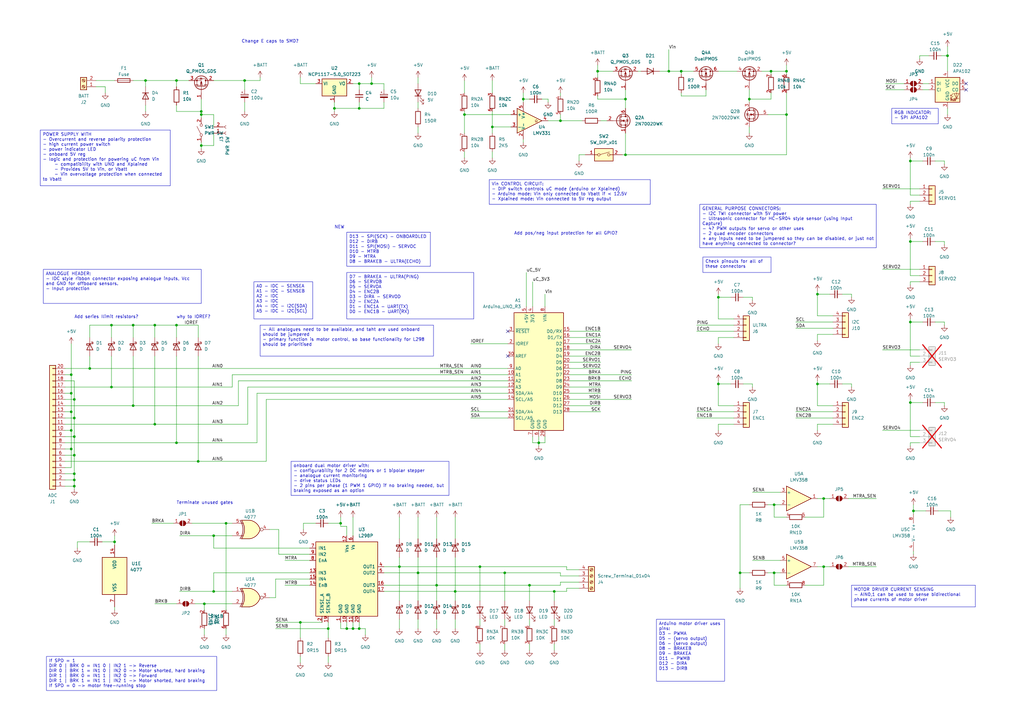
<source format=kicad_sch>
(kicad_sch (version 20230121) (generator eeschema)
  (paper "A3")
  (junction (at 220.98 181.61))
  (junction (at 147.32 257.81))
  (junction (at 29.21 153.67))
  (junction (at 72.39 33.02))
  (junction (at 137.16 44.45))
  (junction (at 152.4 34.29))
  (junction (at 227.33 242.57))
  (junction (at 373.38 66.04))
  (junction (at 87.63 219.71))
  (junction (at 186.69 242.57))
  (junction (at 335.28 120.65))
  (junction (at 139.7 214.63))
  (junction (at 29.21 161.29))
  (junction (at 217.17 240.03))
  (junction (at 256.54 40.64))
  (junction (at 229.87 49.53))
  (junction (at 30.48 196.85))
  (junction (at 322.58 29.21))
  (junction (at 245.11 29.21))
  (junction (at 207.01 234.95))
  (junction (at 322.58 46.99))
  (junction (at 82.55 45.72))
  (junction (at 81.28 189.23))
  (junction (at 171.45 234.95))
  (junction (at 54.61 166.37))
  (junction (at 82.55 59.69))
  (junction (at 123.19 255.27))
  (junction (at 147.32 34.29))
  (junction (at 92.71 214.63))
  (junction (at 256.54 63.5))
  (junction (at 30.48 171.45))
  (junction (at 29.21 168.91))
  (junction (at 307.34 40.64))
  (junction (at 373.38 165.1))
  (junction (at 46.99 222.25))
  (junction (at 374.65 209.55))
  (junction (at 294.64 157.48))
  (junction (at 30.48 179.07))
  (junction (at 29.21 184.15))
  (junction (at 274.32 29.21))
  (junction (at 63.5 173.99))
  (junction (at 373.38 132.08))
  (junction (at 214.63 40.64))
  (junction (at 190.5 46.99))
  (junction (at 294.64 121.92))
  (junction (at 373.38 99.06))
  (junction (at 29.21 176.53))
  (junction (at 317.5 207.01))
  (junction (at 303.53 234.95))
  (junction (at 279.4 29.21))
  (junction (at 63.5 133.35))
  (junction (at 100.33 33.02))
  (junction (at 142.24 257.81))
  (junction (at 147.32 44.45))
  (junction (at 337.82 232.41))
  (junction (at 134.62 257.81))
  (junction (at 337.82 204.47))
  (junction (at 196.85 232.41))
  (junction (at 30.48 194.31))
  (junction (at 388.62 22.86))
  (junction (at 30.48 199.39))
  (junction (at 179.07 240.03))
  (junction (at 54.61 133.35))
  (junction (at 45.72 133.35))
  (junction (at 30.48 163.83))
  (junction (at 201.93 52.07))
  (junction (at 335.28 157.48))
  (junction (at 59.69 33.02))
  (junction (at 45.72 158.75))
  (junction (at 30.48 186.69))
  (junction (at 36.83 151.13))
  (junction (at 72.39 181.61))
  (junction (at 144.78 257.81))
  (junction (at 316.23 29.21))
  (junction (at 163.83 232.41))
  (junction (at 87.63 242.57))
  (junction (at 83.82 247.65))
  (junction (at 82.55 46.99))
  (junction (at 72.39 133.35))
  (junction (at 317.5 234.95))
  (no_connect (at 396.24 34.29))
  (no_connect (at 208.28 146.05))
  (no_connect (at 208.28 135.89))
  (no_connect (at 396.24 36.83))
  (wire (pts (xy 87.63 242.57) (xy 95.25 242.57)))
  (wire (pts (xy 157.48 44.45) (xy 147.32 44.45)))
  (wire (pts (xy 245.11 26.67) (xy 245.11 29.21)))
  (wire (pts (xy 29.21 168.91) (xy 29.21 176.53)))
  (wire (pts (xy 245.11 31.75) (xy 245.11 29.21)))
  (wire (pts (xy 330.2 240.03) (xy 337.82 240.03)))
  (wire (pts (xy 190.5 62.23) (xy 190.5 64.77)))
  (wire (pts (xy 63.5 247.65) (xy 72.39 247.65)))
  (wire (pts (xy 80.01 247.65) (xy 83.82 247.65)))
  (wire (pts (xy 303.53 234.95) (xy 307.34 234.95)))
  (wire (pts (xy 29.21 184.15) (xy 29.21 191.77)))
  (wire (pts (xy 233.68 161.29) (xy 246.38 161.29)))
  (wire (pts (xy 163.83 228.6) (xy 163.83 232.41)))
  (wire (pts (xy 245.11 39.37) (xy 245.11 40.64)))
  (wire (pts (xy 233.68 163.83) (xy 259.08 163.83)))
  (wire (pts (xy 123.19 255.27) (xy 132.08 255.27)))
  (wire (pts (xy 186.69 228.6) (xy 186.69 242.57)))
  (wire (pts (xy 335.28 137.16) (xy 335.28 139.7)))
  (wire (pts (xy 36.83 151.13) (xy 208.28 151.13)))
  (wire (pts (xy 26.67 194.31) (xy 30.48 194.31)))
  (wire (pts (xy 316.23 29.21) (xy 322.58 29.21)))
  (wire (pts (xy 217.17 40.64) (xy 214.63 40.64)))
  (wire (pts (xy 237.49 236.22) (xy 229.87 236.22)))
  (wire (pts (xy 147.32 36.83) (xy 147.32 34.29)))
  (wire (pts (xy 379.73 209.55) (xy 374.65 209.55)))
  (wire (pts (xy 345.44 157.48) (xy 349.25 157.48)))
  (wire (pts (xy 229.87 38.1) (xy 229.87 39.37)))
  (wire (pts (xy 59.69 43.18) (xy 59.69 45.72)))
  (wire (pts (xy 294.64 157.48) (xy 294.64 166.37)))
  (wire (pts (xy 326.39 132.08) (xy 341.63 132.08)))
  (wire (pts (xy 87.63 234.95) (xy 87.63 242.57)))
  (wire (pts (xy 186.69 242.57) (xy 227.33 242.57)))
  (wire (pts (xy 113.03 245.11) (xy 113.03 237.49)))
  (wire (pts (xy 223.52 179.07) (xy 223.52 181.61)))
  (wire (pts (xy 63.5 173.99) (xy 101.6 173.99)))
  (wire (pts (xy 335.28 156.21) (xy 335.28 157.48)))
  (wire (pts (xy 179.07 254) (xy 179.07 257.81)))
  (wire (pts (xy 72.39 45.72) (xy 82.55 45.72)))
  (wire (pts (xy 294.64 138.43) (xy 294.64 140.97)))
  (wire (pts (xy 233.68 146.05) (xy 246.38 146.05)))
  (wire (pts (xy 218.44 115.57) (xy 218.44 125.73)))
  (wire (pts (xy 46.99 248.92) (xy 46.99 250.19)))
  (wire (pts (xy 29.21 168.91) (xy 26.67 168.91)))
  (wire (pts (xy 274.32 29.21) (xy 270.51 29.21)))
  (wire (pts (xy 29.21 161.29) (xy 26.67 161.29)))
  (wire (pts (xy 227.33 242.57) (xy 227.33 246.38)))
  (wire (pts (xy 388.62 19.05) (xy 388.62 22.86)))
  (wire (pts (xy 63.5 146.05) (xy 63.5 173.99)))
  (wire (pts (xy 232.41 241.3) (xy 232.41 242.57)))
  (wire (pts (xy 95.25 158.75) (xy 95.25 153.67)))
  (wire (pts (xy 314.96 46.99) (xy 322.58 46.99)))
  (wire (pts (xy 232.41 232.41) (xy 232.41 233.68)))
  (wire (pts (xy 223.52 120.65) (xy 223.52 125.73)))
  (wire (pts (xy 171.45 212.09) (xy 171.45 220.98)))
  (wire (pts (xy 307.34 40.64) (xy 316.23 40.64)))
  (wire (pts (xy 30.48 163.83) (xy 30.48 171.45)))
  (wire (pts (xy 196.85 232.41) (xy 196.85 246.38)))
  (wire (pts (xy 227.33 254) (xy 227.33 256.54)))
  (wire (pts (xy 157.48 34.29) (xy 157.48 36.83)))
  (wire (pts (xy 163.83 232.41) (xy 163.83 246.38)))
  (wire (pts (xy 347.98 204.47) (xy 359.41 204.47)))
  (wire (pts (xy 171.45 228.6) (xy 171.45 234.95)))
  (wire (pts (xy 123.19 269.24) (xy 123.19 271.78)))
  (wire (pts (xy 373.38 66.04) (xy 378.46 66.04)))
  (wire (pts (xy 186.69 212.09) (xy 186.69 220.98)))
  (wire (pts (xy 335.28 120.65) (xy 340.36 120.65)))
  (wire (pts (xy 87.63 219.71) (xy 95.25 219.71)))
  (wire (pts (xy 377.19 115.57) (xy 373.38 115.57)))
  (wire (pts (xy 124.46 214.63) (xy 129.54 214.63)))
  (wire (pts (xy 87.63 46.99) (xy 82.55 46.99)))
  (wire (pts (xy 157.48 242.57) (xy 186.69 242.57)))
  (wire (pts (xy 316.23 29.21) (xy 316.23 30.48)))
  (wire (pts (xy 294.64 166.37) (xy 300.99 166.37)))
  (wire (pts (xy 245.11 40.64) (xy 256.54 40.64)))
  (wire (pts (xy 72.39 33.02) (xy 72.39 35.56)))
  (wire (pts (xy 59.69 33.02) (xy 72.39 33.02)))
  (wire (pts (xy 386.08 22.86) (xy 388.62 22.86)))
  (wire (pts (xy 157.48 41.91) (xy 157.48 44.45)))
  (wire (pts (xy 285.75 171.45) (xy 300.99 171.45)))
  (wire (pts (xy 123.19 31.75) (xy 123.19 34.29)))
  (wire (pts (xy 144.78 255.27) (xy 144.78 257.81)))
  (wire (pts (xy 322.58 46.99) (xy 322.58 63.5)))
  (wire (pts (xy 72.39 133.35) (xy 81.28 133.35)))
  (wire (pts (xy 373.38 130.81) (xy 373.38 132.08)))
  (wire (pts (xy 224.79 49.53) (xy 229.87 49.53)))
  (wire (pts (xy 322.58 29.21) (xy 322.58 30.48)))
  (wire (pts (xy 81.28 189.23) (xy 109.22 189.23)))
  (wire (pts (xy 46.99 223.52) (xy 46.99 222.25)))
  (wire (pts (xy 113.03 257.81) (xy 134.62 257.81)))
  (wire (pts (xy 294.64 120.65) (xy 294.64 121.92)))
  (wire (pts (xy 373.38 132.08) (xy 378.46 132.08)))
  (wire (pts (xy 41.91 222.25) (xy 46.99 222.25)))
  (wire (pts (xy 337.82 240.03) (xy 337.82 232.41)))
  (wire (pts (xy 308.61 201.93) (xy 320.04 201.93)))
  (wire (pts (xy 312.42 29.21) (xy 316.23 29.21)))
  (wire (pts (xy 139.7 214.63) (xy 139.7 215.9)))
  (wire (pts (xy 214.63 38.1) (xy 214.63 40.64)))
  (wire (pts (xy 217.17 264.16) (xy 217.17 266.7)))
  (wire (pts (xy 361.95 143.51) (xy 377.19 143.51)))
  (wire (pts (xy 304.8 157.48) (xy 308.61 157.48)))
  (wire (pts (xy 335.28 166.37) (xy 341.63 166.37)))
  (wire (pts (xy 335.28 157.48) (xy 335.28 166.37)))
  (wire (pts (xy 229.87 238.76) (xy 229.87 240.03)))
  (wire (pts (xy 224.79 41.91) (xy 224.79 40.64)))
  (wire (pts (xy 134.62 214.63) (xy 139.7 214.63)))
  (wire (pts (xy 29.21 191.77) (xy 26.67 191.77)))
  (wire (pts (xy 373.38 66.04) (xy 373.38 80.01)))
  (wire (pts (xy 139.7 215.9) (xy 142.24 215.9)))
  (wire (pts (xy 237.49 66.04) (xy 237.49 63.5)))
  (wire (pts (xy 294.64 29.21) (xy 302.26 29.21)))
  (wire (pts (xy 26.67 158.75) (xy 45.72 158.75)))
  (wire (pts (xy 123.19 255.27) (xy 123.19 261.62)))
  (wire (pts (xy 317.5 207.01) (xy 320.04 207.01)))
  (wire (pts (xy 179.07 240.03) (xy 179.07 246.38)))
  (wire (pts (xy 233.68 148.59) (xy 246.38 148.59)))
  (wire (pts (xy 274.32 20.32) (xy 274.32 29.21)))
  (wire (pts (xy 124.46 217.17) (xy 124.46 214.63)))
  (wire (pts (xy 171.45 234.95) (xy 207.01 234.95)))
  (wire (pts (xy 147.32 257.81) (xy 149.86 257.81)))
  (wire (pts (xy 45.72 146.05) (xy 45.72 158.75)))
  (wire (pts (xy 31.75 222.25) (xy 36.83 222.25)))
  (wire (pts (xy 330.2 212.09) (xy 337.82 212.09)))
  (wire (pts (xy 361.95 176.53) (xy 377.19 176.53)))
  (wire (pts (xy 317.5 234.95) (xy 320.04 234.95)))
  (wire (pts (xy 227.33 264.16) (xy 227.33 266.7)))
  (wire (pts (xy 218.44 181.61) (xy 220.98 181.61)))
  (wire (pts (xy 72.39 146.05) (xy 72.39 181.61)))
  (wire (pts (xy 171.45 41.91) (xy 171.45 44.45)))
  (wire (pts (xy 374.65 207.01) (xy 374.65 209.55)))
  (wire (pts (xy 335.28 173.99) (xy 335.28 176.53)))
  (wire (pts (xy 142.24 215.9) (xy 142.24 219.71)))
  (wire (pts (xy 30.48 200.66) (xy 30.48 199.39)))
  (wire (pts (xy 82.55 59.69) (xy 82.55 58.42)))
  (wire (pts (xy 87.63 54.61) (xy 87.63 59.69)))
  (wire (pts (xy 196.85 232.41) (xy 232.41 232.41)))
  (wire (pts (xy 72.39 181.61) (xy 105.41 181.61)))
  (wire (pts (xy 389.89 212.09) (xy 389.89 209.55)))
  (wire (pts (xy 72.39 138.43) (xy 72.39 133.35)))
  (wire (pts (xy 215.9 111.76) (xy 215.9 125.73)))
  (wire (pts (xy 373.38 148.59) (xy 373.38 149.86)))
  (wire (pts (xy 388.62 22.86) (xy 388.62 29.21)))
  (wire (pts (xy 26.67 151.13) (xy 36.83 151.13)))
  (wire (pts (xy 337.82 204.47) (xy 340.36 204.47)))
  (wire (pts (xy 335.28 129.54) (xy 341.63 129.54)))
  (wire (pts (xy 373.38 115.57) (xy 373.38 116.84)))
  (wire (pts (xy 101.6 158.75) (xy 208.28 158.75)))
  (wire (pts (xy 81.28 146.05) (xy 81.28 189.23)))
  (wire (pts (xy 294.64 121.92) (xy 294.64 130.81)))
  (wire (pts (xy 123.19 34.29) (xy 129.54 34.29)))
  (wire (pts (xy 163.83 232.41) (xy 196.85 232.41)))
  (wire (pts (xy 201.93 52.07) (xy 201.93 54.61)))
  (wire (pts (xy 383.54 99.06) (xy 387.35 99.06)))
  (wire (pts (xy 190.5 46.99) (xy 190.5 54.61)))
  (wire (pts (xy 29.21 176.53) (xy 29.21 184.15)))
  (wire (pts (xy 30.48 186.69) (xy 30.48 194.31)))
  (wire (pts (xy 261.62 29.21) (xy 262.89 29.21)))
  (wire (pts (xy 87.63 59.69) (xy 82.55 59.69)))
  (wire (pts (xy 227.33 242.57) (xy 232.41 242.57)))
  (wire (pts (xy 82.55 45.72) (xy 82.55 46.99)))
  (wire (pts (xy 163.83 212.09) (xy 163.83 220.98)))
  (wire (pts (xy 147.32 34.29) (xy 144.78 34.29)))
  (wire (pts (xy 335.28 120.65) (xy 335.28 129.54)))
  (wire (pts (xy 105.41 161.29) (xy 208.28 161.29)))
  (wire (pts (xy 92.71 214.63) (xy 92.71 250.19)))
  (wire (pts (xy 36.83 133.35) (xy 36.83 138.43)))
  (wire (pts (xy 142.24 255.27) (xy 142.24 257.81)))
  (wire (pts (xy 294.64 156.21) (xy 294.64 157.48)))
  (wire (pts (xy 303.53 207.01) (xy 307.34 207.01)))
  (wire (pts (xy 220.98 181.61) (xy 223.52 181.61)))
  (wire (pts (xy 157.48 232.41) (xy 163.83 232.41)))
  (wire (pts (xy 373.38 132.08) (xy 373.38 146.05)))
  (wire (pts (xy 307.34 40.64) (xy 307.34 41.91)))
  (wire (pts (xy 378.46 34.29) (xy 381 34.29)))
  (wire (pts (xy 157.48 234.95) (xy 171.45 234.95)))
  (wire (pts (xy 361.95 110.49) (xy 377.19 110.49)))
  (wire (pts (xy 361.95 77.47) (xy 377.19 77.47)))
  (wire (pts (xy 26.67 189.23) (xy 81.28 189.23)))
  (wire (pts (xy 134.62 257.81) (xy 134.62 261.62)))
  (wire (pts (xy 30.48 179.07) (xy 30.48 186.69)))
  (wire (pts (xy 314.96 234.95) (xy 317.5 234.95)))
  (wire (pts (xy 87.63 52.07) (xy 87.63 46.99)))
  (wire (pts (xy 256.54 54.61) (xy 256.54 63.5)))
  (wire (pts (xy 149.86 257.81) (xy 149.86 260.35)))
  (wire (pts (xy 300.99 173.99) (xy 294.64 173.99)))
  (wire (pts (xy 373.38 165.1) (xy 373.38 179.07)))
  (wire (pts (xy 387.35 166.37) (xy 387.35 165.1)))
  (wire (pts (xy 377.19 181.61) (xy 373.38 181.61)))
  (wire (pts (xy 62.23 214.63) (xy 71.12 214.63)))
  (wire (pts (xy 45.72 158.75) (xy 95.25 158.75)))
  (wire (pts (xy 246.38 49.53) (xy 248.92 49.53)))
  (wire (pts (xy 294.64 130.81) (xy 300.99 130.81)))
  (wire (pts (xy 144.78 212.09) (xy 144.78 219.71)))
  (wire (pts (xy 142.24 257.81) (xy 144.78 257.81)))
  (wire (pts (xy 233.68 140.97) (xy 246.38 140.97)))
  (wire (pts (xy 26.67 156.21) (xy 30.48 156.21)))
  (wire (pts (xy 377.19 82.55) (xy 373.38 82.55)))
  (wire (pts (xy 229.87 234.95) (xy 207.01 234.95)))
  (wire (pts (xy 378.46 36.83) (xy 381 36.83)))
  (wire (pts (xy 87.63 219.71) (xy 87.63 224.79)))
  (wire (pts (xy 317.5 207.01) (xy 317.5 212.09)))
  (wire (pts (xy 139.7 255.27) (xy 139.7 257.81)))
  (wire (pts (xy 217.17 240.03) (xy 217.17 246.38)))
  (wire (pts (xy 224.79 40.64) (xy 222.25 40.64)))
  (wire (pts (xy 373.38 82.55) (xy 373.38 83.82)))
  (wire (pts (xy 31.75 224.79) (xy 31.75 222.25)))
  (wire (pts (xy 193.04 168.91) (xy 208.28 168.91)))
  (wire (pts (xy 256.54 63.5) (xy 322.58 63.5)))
  (wire (pts (xy 201.93 52.07) (xy 209.55 52.07)))
  (wire (pts (xy 335.28 119.38) (xy 335.28 120.65)))
  (wire (pts (xy 171.45 234.95) (xy 171.45 246.38)))
  (wire (pts (xy 214.63 57.15) (xy 214.63 58.42)))
  (wire (pts (xy 116.84 229.87) (xy 127 229.87)))
  (wire (pts (xy 363.22 36.83) (xy 370.84 36.83)))
  (wire (pts (xy 233.68 158.75) (xy 246.38 158.75)))
  (wire (pts (xy 29.21 176.53) (xy 26.67 176.53)))
  (wire (pts (xy 97.79 156.21) (xy 208.28 156.21)))
  (wire (pts (xy 341.63 137.16) (xy 335.28 137.16)))
  (wire (pts (xy 171.45 31.75) (xy 171.45 34.29)))
  (wire (pts (xy 207.01 254) (xy 207.01 256.54)))
  (wire (pts (xy 30.48 194.31) (xy 30.48 196.85)))
  (wire (pts (xy 220.98 179.07) (xy 220.98 181.61)))
  (wire (pts (xy 314.96 207.01) (xy 317.5 207.01)))
  (wire (pts (xy 326.39 171.45) (xy 341.63 171.45)))
  (wire (pts (xy 82.55 59.69) (xy 82.55 60.96)))
  (wire (pts (xy 59.69 33.02) (xy 59.69 35.56)))
  (wire (pts (xy 279.4 38.1) (xy 279.4 39.37)))
  (wire (pts (xy 335.28 157.48) (xy 340.36 157.48)))
  (wire (pts (xy 303.53 234.95) (xy 303.53 207.01)))
  (wire (pts (xy 163.83 254) (xy 163.83 257.81)))
  (wire (pts (xy 139.7 257.81) (xy 142.24 257.81)))
  (wire (pts (xy 114.3 217.17) (xy 114.3 227.33)))
  (wire (pts (xy 36.83 146.05) (xy 36.83 151.13)))
  (wire (pts (xy 179.07 228.6) (xy 179.07 240.03)))
  (wire (pts (xy 201.93 33.02) (xy 201.93 38.1)))
  (wire (pts (xy 237.49 63.5) (xy 240.03 63.5)))
  (wire (pts (xy 217.17 254) (xy 217.17 256.54)))
  (wire (pts (xy 46.99 219.71) (xy 46.99 222.25)))
  (wire (pts (xy 54.61 166.37) (xy 97.79 166.37)))
  (wire (pts (xy 72.39 33.02) (xy 77.47 33.02)))
  (wire (pts (xy 39.37 35.56) (xy 43.18 35.56)))
  (wire (pts (xy 233.68 153.67) (xy 259.08 153.67)))
  (wire (pts (xy 233.68 138.43) (xy 246.38 138.43)))
  (wire (pts (xy 186.69 242.57) (xy 186.69 246.38)))
  (wire (pts (xy 186.69 254) (xy 186.69 257.81)))
  (wire (pts (xy 147.32 41.91) (xy 147.32 44.45)))
  (wire (pts (xy 217.17 240.03) (xy 229.87 240.03)))
  (wire (pts (xy 300.99 138.43) (xy 294.64 138.43)))
  (wire (pts (xy 113.03 255.27) (xy 123.19 255.27)))
  (wire (pts (xy 232.41 233.68) (xy 237.49 233.68)))
  (wire (pts (xy 45.72 133.35) (xy 36.83 133.35)))
  (wire (pts (xy 307.34 36.83) (xy 307.34 40.64)))
  (wire (pts (xy 26.67 196.85) (xy 30.48 196.85)))
  (wire (pts (xy 326.39 134.62) (xy 341.63 134.62)))
  (wire (pts (xy 214.63 41.91) (xy 214.63 40.64)))
  (wire (pts (xy 30.48 171.45) (xy 30.48 179.07)))
  (wire (pts (xy 387.35 67.31) (xy 387.35 66.04)))
  (wire (pts (xy 92.71 257.81) (xy 92.71 260.35)))
  (wire (pts (xy 233.68 143.51) (xy 259.08 143.51)))
  (wire (pts (xy 383.54 165.1) (xy 387.35 165.1)))
  (wire (pts (xy 233.68 151.13) (xy 246.38 151.13)))
  (wire (pts (xy 63.5 133.35) (xy 72.39 133.35)))
  (wire (pts (xy 54.61 133.35) (xy 54.61 138.43)))
  (wire (pts (xy 196.85 254) (xy 196.85 256.54)))
  (wire (pts (xy 152.4 31.75) (xy 152.4 34.29)))
  (wire (pts (xy 29.21 153.67) (xy 29.21 161.29)))
  (wire (pts (xy 106.68 31.75) (xy 106.68 33.02)))
  (wire (pts (xy 337.82 232.41) (xy 335.28 232.41)))
  (wire (pts (xy 337.82 212.09) (xy 337.82 204.47)))
  (wire (pts (xy 29.21 140.97) (xy 29.21 153.67)))
  (wire (pts (xy 134.62 257.81) (xy 134.62 255.27)))
  (wire (pts (xy 26.67 163.83) (xy 30.48 163.83)))
  (wire (pts (xy 345.44 120.65) (xy 349.25 120.65)))
  (wire (pts (xy 308.61 158.75) (xy 308.61 157.48)))
  (wire (pts (xy 373.38 99.06) (xy 378.46 99.06)))
  (wire (pts (xy 373.38 113.03) (xy 377.19 113.03)))
  (wire (pts (xy 373.38 80.01) (xy 377.19 80.01)))
  (wire (pts (xy 373.38 146.05) (xy 377.19 146.05)))
  (wire (pts (xy 363.22 34.29) (xy 370.84 34.29)))
  (wire (pts (xy 233.68 135.89) (xy 246.38 135.89)))
  (wire (pts (xy 373.38 165.1) (xy 378.46 165.1)))
  (wire (pts (xy 279.4 29.21) (xy 284.48 29.21)))
  (wire (pts (xy 373.38 64.77) (xy 373.38 66.04)))
  (wire (pts (xy 100.33 41.91) (xy 100.33 45.72)))
  (wire (pts (xy 179.07 212.09) (xy 179.07 220.98)))
  (wire (pts (xy 347.98 232.41) (xy 359.41 232.41)))
  (wire (pts (xy 26.67 181.61) (xy 72.39 181.61)))
  (wire (pts (xy 157.48 240.03) (xy 179.07 240.03)))
  (wire (pts (xy 207.01 234.95) (xy 207.01 246.38)))
  (wire (pts (xy 127 234.95) (xy 87.63 234.95)))
  (wire (pts (xy 373.38 181.61) (xy 373.38 182.88)))
  (wire (pts (xy 109.22 189.23) (xy 109.22 163.83)))
  (wire (pts (xy 229.87 49.53) (xy 238.76 49.53)))
  (wire (pts (xy 279.4 39.37) (xy 289.56 39.37)))
  (wire (pts (xy 137.16 41.91) (xy 137.16 44.45)))
  (wire (pts (xy 100.33 33.02) (xy 100.33 36.83)))
  (wire (pts (xy 289.56 36.83) (xy 289.56 39.37)))
  (wire (pts (xy 389.89 209.55) (xy 384.81 209.55)))
  (wire (pts (xy 114.3 227.33) (xy 127 227.33)))
  (wire (pts (xy 377.19 148.59) (xy 373.38 148.59)))
  (wire (pts (xy 349.25 158.75) (xy 349.25 157.48)))
  (wire (pts (xy 83.82 247.65) (xy 95.25 247.65)))
  (wire (pts (xy 63.5 133.35) (xy 54.61 133.35)))
  (wire (pts (xy 229.87 238.76) (xy 237.49 238.76)))
  (wire (pts (xy 304.8 121.92) (xy 308.61 121.92)))
  (wire (pts (xy 134.62 269.24) (xy 134.62 271.78)))
  (wire (pts (xy 95.25 153.67) (xy 208.28 153.67)))
  (wire (pts (xy 307.34 52.07) (xy 307.34 54.61)))
  (wire (pts (xy 317.5 212.09) (xy 322.58 212.09)))
  (wire (pts (xy 29.21 161.29) (xy 29.21 168.91)))
  (wire (pts (xy 255.27 63.5) (xy 256.54 63.5)))
  (wire (pts (xy 97.79 166.37) (xy 97.79 156.21)))
  (wire (pts (xy 374.65 226.06) (xy 374.65 227.33)))
  (wire (pts (xy 72.39 43.18) (xy 72.39 45.72)))
  (wire (pts (xy 303.53 241.3) (xy 303.53 234.95)))
  (wire (pts (xy 83.82 257.81) (xy 83.82 260.35)))
  (wire (pts (xy 87.63 224.79) (xy 127 224.79)))
  (wire (pts (xy 26.67 173.99) (xy 63.5 173.99)))
  (wire (pts (xy 110.49 217.17) (xy 114.3 217.17)))
  (wire (pts (xy 78.74 214.63) (xy 92.71 214.63)))
  (wire (pts (xy 308.61 229.87) (xy 320.04 229.87)))
  (wire (pts (xy 82.55 48.26) (xy 82.55 46.99)))
  (wire (pts (xy 54.61 133.35) (xy 45.72 133.35)))
  (wire (pts (xy 373.38 99.06) (xy 373.38 113.03)))
  (wire (pts (xy 29.21 184.15) (xy 26.67 184.15)))
  (wire (pts (xy 179.07 240.03) (xy 217.17 240.03)))
  (wire (pts (xy 285.75 168.91) (xy 300.99 168.91)))
  (wire (pts (xy 232.41 241.3) (xy 237.49 241.3)))
  (wire (pts (xy 373.38 179.07) (xy 377.19 179.07)))
  (wire (pts (xy 101.6 173.99) (xy 101.6 158.75)))
  (wire (pts (xy 54.61 33.02) (xy 59.69 33.02)))
  (wire (pts (xy 233.68 156.21) (xy 259.08 156.21)))
  (wire (pts (xy 193.04 140.97) (xy 208.28 140.97)))
  (wire (pts (xy 326.39 168.91) (xy 341.63 168.91)))
  (wire (pts (xy 233.68 168.91) (xy 246.38 168.91)))
  (wire (pts (xy 144.78 257.81) (xy 147.32 257.81)))
  (wire (pts (xy 383.54 66.04) (xy 387.35 66.04)))
  (wire (pts (xy 256.54 36.83) (xy 256.54 40.64)))
  (wire (pts (xy 63.5 133.35) (xy 63.5 138.43)))
  (wire (pts (xy 190.5 45.72) (xy 190.5 46.99)))
  (wire (pts (xy 109.22 163.83) (xy 208.28 163.83)))
  (wire (pts (xy 201.93 45.72) (xy 201.93 52.07)))
  (wire (pts (xy 193.04 171.45) (xy 208.28 171.45)))
  (wire (pts (xy 113.03 237.49) (xy 127 237.49)))
  (wire (pts (xy 92.71 214.63) (xy 95.25 214.63)))
  (wire (pts (xy 87.63 33.02) (xy 100.33 33.02)))
  (wire (pts (xy 387.35 100.33) (xy 387.35 99.06)))
  (wire (pts (xy 387.35 133.35) (xy 387.35 132.08)))
  (wire (pts (xy 147.32 257.81) (xy 147.32 255.27)))
  (wire (pts (xy 39.37 33.02) (xy 46.99 33.02)))
  (wire (pts (xy 201.93 62.23) (xy 201.93 64.77)))
  (wire (pts (xy 279.4 29.21) (xy 279.4 30.48)))
  (wire (pts (xy 45.72 133.35) (xy 45.72 138.43)))
  (wire (pts (xy 100.33 33.02) (xy 106.68 33.02)))
  (wire (pts (xy 316.23 40.64) (xy 316.23 38.1)))
  (wire (pts (xy 137.16 44.45) (xy 147.32 44.45)))
  (wire (pts (xy 341.63 173.99) (xy 335.28 173.99)))
  (wire (pts (xy 294.64 173.99) (xy 294.64 176.53)))
  (wire (pts (xy 373.38 163.83) (xy 373.38 165.1)))
  (wire (pts (xy 285.75 135.89) (xy 300.99 135.89)))
  (wire (pts (xy 110.49 245.11) (xy 113.03 245.11)))
  (wire (pts (xy 294.64 121.92) (xy 299.72 121.92)))
  (wire (pts (xy 152.4 34.29) (xy 157.48 34.29)))
  (wire (pts (xy 294.64 157.48) (xy 299.72 157.48)))
  (wire (pts (xy 30.48 199.39) (xy 26.67 199.39)))
  (wire (pts (xy 171.45 52.07) (xy 171.45 54.61)))
  (wire (pts (xy 26.67 166.37) (xy 54.61 166.37)))
  (wire (pts (xy 116.84 240.03) (xy 127 240.03)))
  (wire (pts (xy 245.11 29.21) (xy 251.46 29.21)))
  (wire (pts (xy 190.5 46.99) (xy 209.55 46.99)))
  (wire (pts (xy 147.32 34.29) (xy 152.4 34.29)))
  (wire (pts (xy 218.44 179.07) (xy 218.44 181.61)))
  (wire (pts (xy 322.58 26.67) (xy 322.58 29.21)))
  (wire (pts (xy 73.66 242.57) (xy 87.63 242.57)))
  (wire (pts (xy 317.5 234.95) (xy 317.5 240.03)))
  (wire (pts (xy 274.32 29.21) (xy 279.4 29.21)))
  (wire (pts (xy 83.82 247.65) (xy 83.82 250.19)))
  (wire (pts (xy 285.75 133.35) (xy 300.99 133.35)))
  (wire (pts (xy 139.7 212.09) (xy 139.7 214.63)))
  (wire (pts (xy 337.82 232.41) (xy 340.36 232.41)))
  (wire (pts (xy 105.41 181.61) (xy 105.41 161.29)))
  (wire (pts (xy 26.67 186.69) (xy 30.48 186.69)))
  (wire (pts (xy 377.19 22.86) (xy 377.19 24.13)))
  (wire (pts (xy 196.85 264.16) (xy 196.85 266.7)))
  (wire (pts (xy 30.48 196.85) (xy 30.48 199.39)))
  (wire (pts (xy 229.87 236.22) (xy 229.87 234.95)))
  (wire (pts (xy 374.65 210.82) (xy 374.65 209.55)))
  (wire (pts (xy 220.98 181.61) (xy 220.98 182.88)))
  (wire (pts (xy 54.61 146.05) (xy 54.61 166.37)))
  (wire (pts (xy 322.58 38.1) (xy 322.58 46.99)))
  (wire (pts (xy 373.38 97.79) (xy 373.38 99.06)))
  (wire (pts (xy 26.67 179.07) (xy 30.48 179.07)))
  (wire (pts (xy 256.54 40.64) (xy 256.54 44.45)))
  (wire (pts (xy 381 22.86) (xy 377.19 22.86)))
  (wire (pts (xy 388.62 44.45) (xy 388.62 46.99)))
  (wire (pts (xy 43.18 35.56) (xy 43.18 38.1)))
  (wire (pts (xy 317.5 240.03) (xy 322.58 240.03)))
  (wire (pts (xy 349.25 121.92) (xy 349.25 120.65)))
  (wire (pts (xy 137.16 44.45) (xy 137.16 45.72)))
  (wire (pts (xy 73.66 219.71) (xy 87.63 219.71)))
  (wire (pts (xy 383.54 132.08) (xy 387.35 132.08)))
  (wire (pts (xy 233.68 166.37) (xy 246.38 166.37)))
  (wire (pts (xy 82.55 45.72) (xy 82.55 40.64)))
  (wire (pts (xy 171.45 254) (xy 171.45 257.81)))
  (wire (pts (xy 207.01 264.16) (xy 207.01 266.7)))
  (wire (pts (xy 308.61 123.19) (xy 308.61 121.92)))
  (wire (pts (xy 29.21 153.67) (xy 26.67 153.67)))
  (wire (pts (xy 30.48 156.21) (xy 30.48 163.83)))
  (wire (pts (xy 229.87 46.99) (xy 229.87 49.53)))
  (wire (pts (xy 337.82 204.47) (xy 335.28 204.47)))
  (wire (pts (xy 190.5 33.02) (xy 190.5 38.1)))
  (wire (pts (xy 26.67 171.45) (xy 30.48 171.45)))
  (wire (pts (xy 81.28 133.35) (xy 81.28 138.43)))
  (text_box "D7 - BRAKEA - ULTRA(PING)\nD6 - SERVOB\nD5 - SERVOA\nD4 - ENC2B\nD3 - DIRA - SERVOD\nD2 - ENC2A\nD1 - ENC1A - UART(TX)\nD0 - ENC1B - UART(RX)" (at 142.24 111.76 0) (size 52.07 19.05) (effects (font (size 1.27 1.27)) (justify left top)))
  (text_box "D13 - SPI(SCK) - ONBOARDLED\nD12 - DIRB\nD11 - SPI(MOSI) - SERVOC\nD10 - MTRB\nD9 - MTRA\nD8 - BRAKEB - ULTRA(ECHO)" (at 142.24 95.25 0) (size 34.29 13.97) (effects (font (size 1.27 1.27)) (justify left top)))
  (text_box "RGB INDICATOR:\n- SPI APA102" (at 365.76 44.45 0) (size 19.05 6.35) (effects (font (size 1.27 1.27)) (justify left top)))
  (text_box "Vin CONTROL CIRCUIT:\n- DIP switch controls uC mode (arduino or Xplained)\n- Arduino mode: Vin only connected to Vbatt if < 12.5V\n- Xplained mode: Vin connected to 5V reg output" (at 200.66 73.66 0) (size 66.04 10.16) (effects (font (size 1.27 1.27)) (justify left top)))
  (text_box "Check pinouts for all of these connectors" (at 288.29 105.41 0) (size 27.94 6.35) (effects (font (size 1.27 1.27)) (justify left top)))
  (text_box "Arduino motor driver uses pins:\nD3 - PWMA\nD5 - (servo output)\nD6 - (servo output)\nD8 - BRAKEB\nD9 - BRAKEA\nD11 - PWMB\nD12 - DIRA\nD13 - DIRB\n" (at 269.24 254 0) (size 27.94 25.4) (effects (font (size 1.27 1.27)) (justify left top)))
  (text_box "- All analogues need to be available, and taht are used onboard should be jumpered\n- primary function is motor control, so base functionality for L298 should be prioritised" (at 106.68 133.35 0) (size 71.12 12.7) (effects (font (size 1.27 1.27)) (justify left top)))
  (text_box "POWER SUPPLY WITH\n- Overcurrent and reverse polarity protection\n- high current power switch\n- power indicator LED\n- onboard 5V reg\n- logic and protection for powering uC from Vin\n	- compatibility with UNO and Xplained\n	- Provides 5V to Vin, or Vbatt\n	- Vin overvoltage protection when connected to Vbatt" (at 16.51 53.34 0) (size 53.34 22.86) (effects (font (size 1.27 1.27)) (justify left top)))
  (text_box "A0 - IDC - SENSEA\nA1 - IDC - SENSEB\nA2 - IDC\nA3 - IDC\nA4 - IDC - I2C(SDA)\nA5 - IDC - I2C(SCL)" (at 104.14 115.57 0) (size 24.13 15.24) (effects (font (size 1.27 1.27)) (justify left top)))
  (text_box "ANALOGUE HEADER:\n- IDC style ribbon connector exposing analogue inputs, Vcc and GND for offboard sensors.\n- Input protection" (at 17.78 110.49 0) (size 64.77 13.97) (effects (font (size 1.27 1.27)) (justify left top)))
  (text_box "If SPD = 1\nDIR 0 | BRK 0 = IN1 0 | IN2 1 -> Reverse\nDIR 0 | BRK 1 = IN1 0 | IN2 0 -> Motor shorted, hard braking\nDIR 1 | BRK 0 = IN1 1 | IN2 0 -> Forward\nDIR 1 | BRK 1 = IN1 1 | IN2 1 -> Motor shorted, hard braking\nIf SPD = 0 -> motor free-running stop" (at 19.05 269.24 0) (size 69.85 13.97) (effects (font (size 1.27 1.27)) (justify left top)))
  (text_box "onboard dual motor driver with:\n- configurability for 2 DC motors or 1 bipolar stepper\n- analogue current monitoring\n- drive status LEDs\n- 2 pins per phase (1 PWM 1 GPIO) if no braking needed, but braking exposed as an option" (at 119.38 189.23 0) (size 64.77 13.97) (effects (font (size 1.27 1.27)) (justify left top)))
  (text_box "GENERAL PURPOSE CONNECTORS:\n- I2C TWI connector with 5V power\n- Ultrasonic connector for HC-SR04 style sensor (using Input Capture)\n- 4? PWM outputs for servo or other uses\n- 2 quad encoder connectors\n+ any inputs need to be jumpered so they can be disabled, or just not have anything connected to connector?" (at 287.02 83.82 0) (size 72.39 17.78) (effects (font (size 1.27 1.27)) (justify left top)))
  (text_box "MOTOR DRIVER CURRENT SENSING\n- AIN0,1 can be used to sense bidirectional phase currents of motor driver" (at 349.25 240.03 0) (size 50.8 8.89) (effects (font (size 1.27 1.27)) (justify left top)))
  (text "Add series Ilimit resistors?" (at 30.48 130.81 0) (effects (font (size 1.27 1.27)) (justify left bottom)))
  (text "why to IOREF?" (at 72.39 130.81 0) (effects (font (size 1.27 1.27)) (justify left bottom)))
  (text "NEW" (at 137.16 93.98 0) (effects (font (size 1.27 1.27)) (justify left bottom)))
  (text "Terminate unused gates" (at 72.39 207.01 0) (effects (font (size 1.27 1.27)) (justify left bottom)))
  (text "Add pos/neg input protection for all GPIO?" (at 210.82 96.52 0) (effects (font (size 1.27 1.27)) (justify left bottom)))
  (text "Change E caps to SMD?" (at 99.06 17.78 0) (effects (font (size 1.27 1.27)) (justify left bottom)))
  (label "SDA" (at 326.39 134.62 0))
  (label "SERVO3" (at 259.08 163.83 180))
  (label "ENC2B" (at 326.39 171.45 0))
  (label "SERVO4" (at 259.08 143.51 180))
  (label "ENC2B" (at 246.38 146.05 180))
  (label "MTRB" (at 246.38 161.29 180))
  (label "IOREF" (at 193.04 140.97 0))
  (label "MTRA" (at 246.38 158.75 180))
  (label "BRKA" (at 246.38 153.67 180))
  (label "MTRA_SEN" (at 359.41 204.47 180))
  (label "ENC1B" (at 246.38 135.89 180))
  (label "PING" (at 285.75 133.35 0))
  (label "ECHO" (at 259.08 156.21 180))
  (label "AIN2" (at 91.44 166.37 180))
  (label "AIN1" (at 193.04 153.67 0))
  (label "DIRB" (at 246.38 166.37 180))
  (label "DIRA" (at 73.66 219.71 0))
  (label "MTRA" (at 116.84 229.87 0))
  (label "ECHO" (at 285.75 135.89 0))
  (label "uC_5V" (at 215.9 111.76 0))
  (label "SCK" (at 363.22 36.83 0))
  (label "SERVO1" (at 361.95 77.47 0))
  (label "MOSI" (at 363.22 34.29 0))
  (label "BRKB" (at 246.38 156.21 180))
  (label "BRKA" (at 62.23 214.63 0))
  (label "SERVO2" (at 361.95 110.49 0))
  (label "IOREF" (at 81.28 133.35 180))
  (label "SCK" (at 246.38 168.91 180))
  (label "SCL" (at 326.39 132.08 0))
  (label "SDA" (at 193.04 171.45 0))
  (label "AIN2" (at 193.04 156.21 0))
  (label "AIN0" (at 193.04 151.13 0))
  (label "MTRB_SEN" (at 180.34 153.67 0))
  (label "AIN5" (at 193.04 163.83 0))
  (label "MTRB_SEN" (at 359.41 232.41 180))
  (label "DIRA" (at 246.38 143.51 180))
  (label "MOSI" (at 246.38 163.83 180))
  (label "SENA" (at 308.61 201.93 0))
  (label "SERVO4" (at 361.95 176.53 0))
  (label "SENB" (at 308.61 229.87 0))
  (label "SERVO3" (at 361.95 143.51 0))
  (label "SCL" (at 193.04 168.91 0))
  (label "Vin" (at 274.32 20.32 0))
  (label "ENC2A" (at 246.38 140.97 180))
  (label "ENC2A" (at 326.39 168.91 0))
  (label "PING" (at 259.08 153.67 180))
  (label "ENC1A" (at 285.75 168.91 0))
  (label "ENC1B" (at 285.75 171.45 0))
  (label "MTRA_SEN" (at 180.34 151.13 0))
  (label "AIN4" (at 193.04 161.29 0))
  (label "SENB" (at 113.03 257.81 0))
  (label "AIN3" (at 91.44 173.99 180))
  (label "SERVO2" (at 246.38 151.13 180))
  (label "BRKB" (at 63.5 247.65 0))
  (label "AIN4" (at 91.44 181.61 180))
  (label "AIN3" (at 193.04 158.75 0))
  (label "Vin" (at 223.52 120.65 0))
  (label "AIN1" (at 91.44 158.75 180))
  (label "ENC1A" (at 246.38 138.43 180))
  (label "SERVO1" (at 246.38 148.59 180))
  (label "SENA" (at 113.03 255.27 0))
  (label "MTRB" (at 116.84 240.03 0))
  (label "uC_3V3" (at 218.44 115.57 0))
  (label "AIN0" (at 91.44 151.13 180))
  (label "AIN5" (at 91.44 189.23 180))
  (label "DIRB" (at 73.66 242.57 0))
  (symbol (lib_id "Device:R") (at 72.39 39.37 0) (unit 1)
    (property "Reference" "R1" (at 74.93 38.1 0) (effects (justify left)))
    (property "Value" "10k" (at 74.93 40.64 0) (effects (justify left)))
    (property "Footprint" "Resistor_SMD:R_0805_2012Metric_Pad1.20x1.40mm_HandSolder" (effects hide))
  )
  (symbol (lib_id "power:+5V") (at 139.7 212.09 0) (unit 1)
    (property "Reference" "#PWR018" (effects hide))
    (property "Value" "+5V" (at 139.7 207.01 0))
  )
  (symbol (lib_id "Device:R") (at 311.15 234.95 90) (mirror x) (unit 1)
    (property "Reference" "R9" (at 311.15 241.3 90))
    (property "Value" "1K" (at 311.15 238.76 90))
    (property "Footprint" "Resistor_SMD:R_0805_2012Metric_Pad1.20x1.40mm_HandSolder" (effects hide))
  )
  (symbol (lib_id "Device:D_Schottky") (at 179.07 224.79 270) (unit 1)
    (property "Reference" "D13" (at 181.61 223.2025 90) (effects (justify left)))
    (property "Value" "D" (at 181.61 225.7425 90) (effects (justify left)))
    (property "Footprint" "Diode_SMD:D_SOD-123" (effects hide))
  )
  (symbol (lib_id "power:GND") (at 30.48 200.66 0) (unit 1)
    (property "Reference" "#PWR05" (effects hide))
    (property "Value" "GND" (at 30.48 205.74 0))
  )
  (symbol (lib_id "power:GND") (at 220.98 182.88 0) (unit 1)
    (property "Reference" "#PWR041" (effects hide))
    (property "Value" "GND" (at 220.98 187.96 0))
  )
  (symbol (lib_id "power:GND") (at 123.19 271.78 0) (unit 1)
    (property "Reference" "#PWR013" (effects hide))
    (property "Value" "GND" (at 123.19 276.86 0))
  )
  (symbol (lib_id "Device:R_Pack04_Split") (at 83.82 254 180) (unit 2)
    (property "Reference" "RN1" (at 86.36 252.73 0) (effects (justify right)))
    (property "Value" "10K" (at 86.36 255.27 0) (effects (justify right)))
    (property "Footprint" "Resistor_SMD:R_Array_Convex_4x0603" (effects hide))
  )
  (symbol (lib_id "power:GND") (at 388.62 46.99 0) (unit 1)
    (property "Reference" "#PWR074" (effects hide))
    (property "Value" "GND" (at 388.62 52.07 0))
  )
  (symbol (lib_id "power:GND") (at 124.46 217.17 0) (unit 1)
    (property "Reference" "#PWR016" (effects hide))
    (property "Value" "GND" (at 124.46 222.25 0))
  )
  (symbol (lib_id "4xxx:4077") (at 102.87 245.11 0) (unit 1)
    (property "Reference" "U1" (at 102.5652 237.49 0))
    (property "Value" "4077" (at 102.5652 240.03 0))
    (property "Footprint" "Package_SO:SOIC-14_3.9x8.7mm_P1.27mm" (effects hide))
    (property "Datasheet" "http://www.intersil.com/content/dam/Intersil/documents/cd40/cd4076bms.pdf" (effects hide))
  )
  (symbol (lib_id "power:GND") (at 387.35 67.31 0) (unit 1)
    (property "Reference" "#PWR055" (effects hide))
    (property "Value" "GND" (at 387.35 72.39 0))
  )
  (symbol (lib_id "power:GND") (at 171.45 257.81 0) (unit 1)
    (property "Reference" "#PWR027" (effects hide))
    (property "Value" "GND" (at 171.45 262.89 0))
  )
  (symbol (lib_id "power:GND") (at 214.63 58.42 0) (mirror y) (unit 1)
    (property "Reference" "#PWR039" (effects hide))
    (property "Value" "GND" (at 214.63 63.5 0))
  )
  (symbol (lib_id "Device:D") (at 266.7 29.21 180) (unit 1)
    (property "Reference" "D21" (at 266.7 22.86 0))
    (property "Value" "D" (at 266.7 25.4 0))
    (property "Footprint" "Diode_SMD:D_SOD-123" (effects hide))
    (property "Sim.Device" "D" (effects hide))
    (property "Sim.Pins" "1=K 2=A" (effects hide))
  )
  (symbol (lib_id "Connector_Generic:Conn_01x03") (at 382.27 80.01 0) (unit 1)
    (property "Reference" "J5" (at 384.81 78.74 0) (effects (justify left)))
    (property "Value" "SERVO1" (at 384.81 81.28 0) (effects (justify left)))
    (property "Footprint" "Connector_PinHeader_2.54mm:PinHeader_1x03_P2.54mm_Vertical" (effects hide))
  )
  (symbol (lib_id "power:GND") (at 377.19 24.13 0) (unit 1)
    (property "Reference" "#PWR072" (effects hide))
    (property "Value" "GND" (at 377.19 29.21 0))
  )
  (symbol (lib_id "Device:D_Schottky") (at 171.45 224.79 270) (unit 1)
    (property "Reference" "D11" (at 173.99 223.2025 90) (effects (justify left)))
    (property "Value" "D" (at 173.99 225.7425 90) (effects (justify left)))
    (property "Footprint" "Diode_SMD:D_SOD-123" (effects hide))
  )
  (symbol (lib_id "Device:Q_PMOS_GDS") (at 256.54 31.75 270) (mirror x) (unit 1)
    (property "Reference" "Q3" (at 256.54 22.86 90))
    (property "Value" "Q_PMOS_GDS" (at 256.54 25.4 90))
    (property "Footprint" "Package_TO_SOT_SMD:SOT-323_SC-70_Handsoldering" (effects hide))
  )
  (symbol (lib_id "power:+5V") (at 373.38 97.79 0) (unit 1)
    (property "Reference" "#PWR060" (effects hide))
    (property "Value" "+5V" (at 373.38 92.71 0))
  )
  (symbol (lib_id "Amplifier_Operational:LMV358") (at 327.66 232.41 0) (unit 2)
    (property "Reference" "U5" (at 327.66 222.25 0))
    (property "Value" "LMV358" (at 327.66 224.79 0))
    (property "Footprint" "Package_SO:SOIC-8_3.9x4.9mm_P1.27mm" (effects hide))
    (property "Datasheet" "http://www.ti.com/lit/ds/symlink/lmv324.pdf" (effects hide))
  )
  (symbol (lib_id "power:GND") (at 59.69 45.72 0) (unit 1)
    (property "Reference" "#PWR07" (effects hide))
    (property "Value" "GND" (at 59.69 50.8 0))
  )
  (symbol (lib_id "power:GND") (at 171.45 54.61 0) (unit 1)
    (property "Reference" "#PWR025" (effects hide))
    (property "Value" "GND" (at 171.45 59.69 0))
  )
  (symbol (lib_id "Device:R_Pack04_Split") (at 207.01 260.35 0) (unit 2)
    (property "Reference" "RN3" (at 209.55 259.08 0) (effects (justify left)))
    (property "Value" "10K" (at 209.55 261.62 0) (effects (justify left)))
    (property "Footprint" "Resistor_SMD:R_Array_Convex_4x0603" (effects hide))
  )
  (symbol (lib_id "Device:C_Small") (at 302.26 157.48 90) (unit 1)
    (property "Reference" "C8" (at 302.2663 152.4 90))
    (property "Value" "100n" (at 302.2663 154.94 90))
    (property "Footprint" "Capacitor_SMD:C_0805_2012Metric_Pad1.18x1.45mm_HandSolder" (effects hide))
  )
  (symbol (lib_id "power:GND") (at 224.79 41.91 0) (mirror y) (unit 1)
    (property "Reference" "#PWR042" (effects hide))
    (property "Value" "GND" (at 224.79 46.99 0))
  )
  (symbol (lib_id "Device:C_Small") (at 39.37 222.25 90) (unit 1)
    (property "Reference" "C1" (at 39.3763 217.17 90))
    (property "Value" "100n" (at 39.3763 219.71 90))
    (property "Footprint" "Capacitor_SMD:C_0805_2012Metric_Pad1.18x1.45mm_HandSolder" (effects hide))
  )
  (symbol (lib_id "power:GND") (at 335.28 176.53 0) (unit 1)
    (property "Reference" "#PWR059" (effects hide))
    (property "Value" "GND" (at 335.28 181.61 0))
  )
  (symbol (lib_id "Device:C_Small") (at 381 165.1 90) (unit 1)
    (property "Reference" "C14" (at 381.0063 160.02 90))
    (property "Value" "100n" (at 381.0063 162.56 90))
    (property "Footprint" "Capacitor_SMD:C_0805_2012Metric_Pad1.18x1.45mm_HandSolder" (effects hide))
  )
  (symbol (lib_id "LED:APA102") (at 388.62 36.83 0) (unit 1)
    (property "Reference" "D22" (at 390.8141 26.67 0) (effects (justify left)))
    (property "Value" "APA102" (at 390.8141 29.21 0) (effects (justify left)))
    (property "Footprint" "LED_SMD:LED_RGB_5050-6" (effects hide))
    (property "Datasheet" "http://www.led-color.com/upload/201506/APA102%20LED.pdf" (effects hide))
  )
  (symbol (lib_id "Device:LED") (at 207.01 250.19 90) (unit 1)
    (property "Reference" "D18" (at 210.82 250.5075 90) (effects (justify right)))
    (property "Value" "LED" (at 210.82 253.0475 90) (effects (justify right)))
    (property "Footprint" "LED_SMD:LED_0805_2012Metric_Pad1.15x1.40mm_HandSolder" (effects hide))
  )
  (symbol (lib_id "Device:Q_Dual_NMOS_S1G1D2S2G2D1") (at 254 49.53 0) (unit 1)
    (property "Reference" "Q2" (at 260.35 48.26 0) (effects (justify left)))
    (property "Value" "2N7002DWK" (at 260.35 50.8 0) (effects (justify left)))
    (property "Footprint" "Package_TO_SOT_SMD:SOT-363_SC-70-6_Handsoldering" (effects hide))
  )
  (symbol (lib_id "Device:C_Small") (at 382.27 209.55 270) (mirror x) (unit 1)
    (property "Reference" "C16" (at 382.2637 204.47 90))
    (property "Value" "100n" (at 382.2637 207.01 90))
    (property "Footprint" "Capacitor_SMD:C_0805_2012Metric_Pad1.18x1.45mm_HandSolder" (effects hide))
  )
  (symbol (lib_id "power:+5V") (at 335.28 119.38 0) (unit 1)
    (property "Reference" "#PWR063" (effects hide))
    (property "Value" "+5V" (at 335.28 114.3 0))
  )
  (symbol (lib_id "power:GND") (at 83.82 260.35 0) (unit 1)
    (property "Reference" "#PWR08" (effects hide))
    (property "Value" "GND" (at 83.82 265.43 0))
  )
  (symbol (lib_id "Connector_Generic:Conn_01x04") (at 346.71 168.91 0) (unit 1)
    (property "Reference" "J9" (at 349.25 168.91 0) (effects (justify left)))
    (property "Value" "ENC2" (at 349.25 171.45 0) (effects (justify left)))
    (property "Footprint" "Connector_Molex:Molex_KK-254_AE-6410-04A_1x04_P2.54mm_Vertical" (effects hide))
  )
  (symbol (lib_id "power:GND") (at 373.38 182.88 0) (unit 1)
    (property "Reference" "#PWR071" (effects hide))
    (property "Value" "GND" (at 373.38 187.96 0))
  )
  (symbol (lib_id "power:GND") (at 217.17 266.7 0) (unit 1)
    (property "Reference" "#PWR040" (effects hide))
    (property "Value" "GND" (at 217.17 271.78 0))
  )
  (symbol (lib_id "power:GND") (at 387.35 166.37 0) (unit 1)
    (property "Reference" "#PWR076" (effects hide))
    (property "Value" "GND" (at 387.35 171.45 0))
  )
  (symbol (lib_id "Device:Q_Dual_PMOS_G1S2G2D2S1D1") (at 289.56 31.75 270) (mirror x) (unit 1)
    (property "Reference" "Q4" (at 289.56 21.59 90))
    (property "Value" "DualPMOS" (at 289.56 24.13 90))
    (property "Footprint" "Package_TO_SOT_SMD:SOT-23-6_Handsoldering" (effects hide))
  )
  (symbol (lib_id "Device:C_Small") (at 381 99.06 90) (unit 1)
    (property "Reference" "C11" (at 381.0063 93.98 90))
    (property "Value" "100n" (at 381.0063 96.52 90))
    (property "Footprint" "Capacitor_SMD:C_0805_2012Metric_Pad1.18x1.45mm_HandSolder" (effects hide))
  )
  (symbol (lib_id "Device:R_Pack04_Split") (at 92.71 254 0) (mirror x) (unit 3)
    (property "Reference" "RN1" (at 86.36 254 90))
    (property "Value" "10K" (at 88.9 254 90))
    (property "Footprint" "Resistor_SMD:R_Array_Convex_4x0603" (effects hide))
  )
  (symbol (lib_id "Amplifier_Operational:LMV358") (at 327.66 204.47 0) (unit 1)
    (property "Reference" "U5" (at 327.66 194.31 0))
    (property "Value" "LMV358" (at 327.66 196.85 0))
    (property "Footprint" "Package_SO:SOIC-8_3.9x4.9mm_P1.27mm" (effects hide))
    (property "Datasheet" "http://www.ti.com/lit/ds/symlink/lmv324.pdf" (effects hide))
  )
  (symbol (lib_id "Device:R_Pack04_Split") (at 201.93 41.91 180) (unit 3)
    (property "Reference" "RN2" (at 204.47 40.64 0) (effects (justify right)))
    (property "Value" "10k" (at 204.47 43.18 0) (effects (justify right)))
    (property "Footprint" "Resistor_SMD:R_Array_Convex_4x0603" (effects hide))
  )
  (symbol (lib_id "Device:D_Schottky") (at 81.28 142.24 270) (unit 1)
    (property "Reference" "D7" (at 83.82 140.6525 90) (effects (justify left)))
    (property "Value" "D" (at 83.82 143.1925 90) (effects (justify left)))
    (property "Footprint" "Diode_SMD:D_SOD-123" (effects hide))
  )
  (symbol (lib_id "power:GND") (at 82.55 60.96 0) (unit 1)
    (property "Reference" "#PWR010" (effects hide))
    (property "Value" "GND" (at 82.55 66.04 0))
  )
  (symbol (lib_id "power:+5V") (at 190.5 33.02 0) (unit 1)
    (property "Reference" "#PWR032" (effects hide))
    (property "Value" "+5V" (at 190.5 27.94 0))
  )
  (symbol (lib_id "power:GND") (at 294.64 176.53 0) (unit 1)
    (property "Reference" "#PWR050" (effects hide))
    (property "Value" "GND" (at 294.64 181.61 0))
  )
  (symbol (lib_id "power:GND") (at 134.62 271.78 0) (unit 1)
    (property "Reference" "#PWR014" (effects hide))
    (property "Value" "GND" (at 134.62 276.86 0))
  )
  (symbol (lib_id "Jumper:SolderJumper_2_Open") (at 74.93 214.63 0) (unit 1)
    (property "Reference" "JP1" (at 74.93 210.82 0))
    (property "Value" "SolderJumper_2_Open" (effects hide))
    (property "Footprint" "Jumper:SolderJumper-2_P1.3mm_Open_RoundedPad1.0x1.5mm" (effects hide))
  )
  (symbol (lib_id "Device:R_Pack04_Split") (at 190.5 41.91 180) (unit 1)
    (property "Reference" "RN2" (at 193.04 40.64 0) (effects (justify right)))
    (property "Value" "10k" (at 193.04 43.18 0) (effects (justify right)))
    (property "Footprint" "Resistor_SMD:R_Array_Convex_4x0603" (effects hide))
  )
  (symbol (lib_id "power:GND") (at 196.85 266.7 0) (unit 1)
    (property "Reference" "#PWR034" (effects hide))
    (property "Value" "GND" (at 196.85 271.78 0))
  )
  (symbol (lib_id "power:+5V") (at 214.63 38.1 0) (mirror y) (unit 1)
    (property "Reference" "#PWR038" (effects hide))
    (property "Value" "+5V" (at 214.63 33.02 0))
  )
  (symbol (lib_id "power:GND") (at 201.93 64.77 0) (unit 1)
    (property "Reference" "#PWR036" (effects hide))
    (property "Value" "GND" (at 201.93 69.85 0))
  )
  (symbol (lib_id "power:GND") (at 190.5 64.77 0) (unit 1)
    (property "Reference" "#PWR033" (effects hide))
    (property "Value" "GND" (at 190.5 69.85 0))
  )
  (symbol (lib_id "4xxx:4077") (at 46.99 236.22 0) (unit 5)
    (property "Reference" "U1" (at 55.88 231.14 0))
    (property "Value" "4077" (at 55.88 233.68 0))
    (property "Footprint" "Package_SO:SOIC-14_3.9x8.7mm_P1.27mm" (effects hide))
    (property "Datasheet" "http://www.intersil.com/content/dam/Intersil/documents/cd40/cd4076bms.pdf" (effects hide))
  )
  (symbol (lib_id "power:GND") (at 349.25 158.75 0) (unit 1)
    (property "Reference" "#PWR065" (effects hide))
    (property "Value" "GND" (at 349.25 163.83 0))
  )
  (symbol (lib_id "Device:C_Small") (at 381 66.04 90) (unit 1)
    (property "Reference" "C9" (at 381.0063 60.96 90))
    (property "Value" "100n" (at 381.0063 63.5 90))
    (property "Footprint" "Capacitor_SMD:C_0805_2012Metric_Pad1.18x1.45mm_HandSolder" (effects hide))
  )
  (symbol (lib_id "power:GND") (at 186.69 257.81 0) (unit 1)
    (property "Reference" "#PWR031" (effects hide))
    (property "Value" "GND" (at 186.69 262.89 0))
  )
  (symbol (lib_id "power:GND") (at 179.07 257.81 0) (unit 1)
    (property "Reference" "#PWR029" (effects hide))
    (property "Value" "GND" (at 179.07 262.89 0))
  )
  (symbol (lib_id "Device:D_Schottky") (at 179.07 250.19 270) (unit 1)
    (property "Reference" "D14" (at 181.61 248.6025 90) (effects (justify left)))
    (property "Value" "D" (at 181.61 251.1425 90) (effects (justify left)))
    (property "Footprint" "Diode_SMD:D_SOD-123" (effects hide))
  )
  (symbol (lib_id "Device:C_Small") (at 342.9 120.65 90) (unit 1)
    (property "Reference" "C12" (at 342.9063 115.57 90))
    (property "Value" "100n" (at 342.9063 118.11 90))
    (property "Footprint" "Capacitor_SMD:C_0805_2012Metric_Pad1.18x1.45mm_HandSolder" (effects hide))
  )
  (symbol (lib_id "Device:C_Small") (at 132.08 214.63 90) (unit 1)
    (property "Reference" "C3" (at 132.0863 209.55 90))
    (property "Value" "100n" (at 132.0863 212.09 90))
    (property "Footprint" "Capacitor_SMD:C_0805_2012Metric_Pad1.18x1.45mm_HandSolder" (effects hide))
  )
  (symbol (lib_id "Jumper:SolderJumper_2_Open") (at 344.17 232.41 0) (unit 1)
    (property "Reference" "JP6" (at 344.17 228.6 0))
    (property "Value" "SolderJumper_2_Open" (effects hide))
    (property "Footprint" "Jumper:SolderJumper-2_P1.3mm_Open_RoundedPad1.0x1.5mm" (effects hide))
  )
  (symbol (lib_id "power:+BATT") (at 163.83 212.09 0) (unit 1)
    (property "Reference" "#PWR022" (effects hide))
    (property "Value" "+BATT" (at 163.83 207.01 0))
  )
  (symbol (lib_id "Device:C_Small") (at 381 132.08 90) (unit 1)
    (property "Reference" "C13" (at 381.0063 127 90))
    (property "Value" "100n" (at 381.0063 129.54 90))
    (property "Footprint" "Capacitor_SMD:C_0805_2012Metric_Pad1.18x1.45mm_HandSolder" (effects hide))
  )
  (symbol (lib_id "Driver_Motor:L298P") (at 142.24 237.49 0) (unit 1)
    (property "Reference" "U3" (at 146.9741 217.17 0) (effects (justify left)))
    (property "Value" "L298P" (at 146.9741 219.71 0) (effects (justify left)))
    (property "Footprint" "footprints:SOIC127P1420X360-21N" (effects hide))
    (property "Datasheet" "http://www.st.com/st-web-ui/static/active/en/resource/technical/document/datasheet/CD00000240.pdf" (effects hide))
  )
  (symbol (lib_id "power:+5V") (at 388.62 19.05 0) (unit 1)
    (property "Reference" "#PWR073" (effects hide))
    (property "Value" "+5V" (at 388.62 13.97 0))
  )
  (symbol (lib_id "Device:D_Schottky") (at 45.72 142.24 270) (unit 1)
    (property "Reference" "D2" (at 48.26 140.6525 90) (effects (justify left)))
    (property "Value" "D" (at 48.26 143.1925 90) (effects (justify left)))
    (property "Footprint" "Diode_SMD:D_SOD-123" (effects hide))
  )
  (symbol (lib_id "Device:D_Schottky") (at 171.45 250.19 270) (unit 1)
    (property "Reference" "D12" (at 173.99 248.6025 90) (effects (justify left)))
    (property "Value" "D" (at 173.99 251.1425 90) (effects (justify left)))
    (property "Footprint" "Diode_SMD:D_SOD-123" (effects hide))
  )
  (symbol (lib_id "power:+5V") (at 46.99 219.71 0) (unit 1)
    (property "Reference" "#PWR02" (effects hide))
    (property "Value" "+5V" (at 46.99 214.63 0))
  )
  (symbol (lib_id "Device:Fuse") (at 50.8 33.02 90) (unit 1)
    (property "Reference" "F1" (at 50.8 27.94 90))
    (property "Value" "Fuse" (at 50.8 30.48 90))
    (property "Footprint" "Fuse:Fuseholder_Clip-5x20mm_Littelfuse_445-030_Inline_P20.50x5.20mm_D1.30mm_Horizontal" (effects hide))
  )
  (symbol (lib_id "power:GND") (at 43.18 38.1 0) (unit 1)
    (property "Reference" "#PWR06" (effects hide))
    (property "Value" "GND" (at 43.18 43.18 0))
  )
  (symbol (lib_id "power:GND") (at 163.83 257.81 0) (unit 1)
    (property "Reference" "#PWR023" (effects hide))
    (property "Value" "GND" (at 163.83 262.89 0))
  )
  (symbol (lib_id "power:GND") (at 237.49 66.04 0) (unit 1)
    (property "Reference" "#PWR045" (effects hide))
    (property "Value" "GND" (at 237.49 71.12 0))
  )
  (symbol (lib_id "power:+5V") (at 373.38 163.83 0) (unit 1)
    (property "Reference" "#PWR070" (effects hide))
    (property "Value" "+5V" (at 373.38 158.75 0))
  )
  (symbol (lib_id "power:GND") (at 308.61 158.75 0) (unit 1)
    (property "Reference" "#PWR054" (effects hide))
    (property "Value" "GND" (at 308.61 163.83 0))
  )
  (symbol (lib_id "Device:R_Pack04_Split") (at 326.39 212.09 270) (mirror x) (unit 4)
    (property "Reference" "RN1" (at 326.39 218.44 90))
    (property "Value" "10K" (at 326.39 215.9 90))
    (property "Footprint" "Resistor_SMD:R_Array_Convex_4x0603" (effects hide))
  )
  (symbol (lib_id "Device:LED") (at 227.33 250.19 90) (unit 1)
    (property "Reference" "D20" (at 231.14 250.5075 90) (effects (justify right)))
    (property "Value" "LED" (at 231.14 253.0475 90) (effects (justify right)))
    (property "Footprint" "LED_SMD:LED_0805_2012Metric_Pad1.15x1.40mm_HandSolder" (effects hide))
  )
  (symbol (lib_id "Connector_Generic:Conn_01x04") (at 306.07 135.89 0) (mirror x) (unit 1)
    (property "Reference" "J6" (at 308.61 135.89 0) (effects (justify left)))
    (property "Value" "ULTRA" (at 308.61 133.35 0) (effects (justify left)))
    (property "Footprint" "footprints:Molex_KK-254_1x04_P2.54mm_Horizontal" (effects hide))
  )
  (symbol (lib_id "Device:R") (at 242.57 49.53 90) (unit 1)
    (property "Reference" "R6" (at 242.57 43.18 90))
    (property "Value" "100R" (at 242.57 45.72 90))
    (property "Footprint" "Resistor_SMD:R_0805_2012Metric_Pad1.20x1.40mm_HandSolder" (effects hide))
  )
  (symbol (lib_id "Device:Q_Dual_NMOS_S1G1D2S2G2D1") (at 309.88 46.99 0) (mirror y) (unit 2)
    (property "Reference" "Q2" (at 303.53 45.72 0) (effects (justify left)))
    (property "Value" "2N7002DWK" (at 303.53 48.26 0) (effects (justify left)))
    (property "Footprint" "Package_TO_SOT_SMD:SOT-363_SC-70-6_Handsoldering" (effects hide))
  )
  (symbol (lib_id "Device:LED") (at 217.17 250.19 90) (unit 1)
    (property "Reference" "D19" (at 220.98 250.5075 90) (effects (justify right)))
    (property "Value" "LED" (at 220.98 253.0475 90) (effects (justify right)))
    (property "Footprint" "LED_SMD:LED_0805_2012Metric_Pad1.15x1.40mm_HandSolder" (effects hide))
  )
  (symbol (lib_id "Device:R_Pack04_Split") (at 229.87 43.18 180) (unit 4)
    (property "Reference" "RN2" (at 232.41 41.91 0) (effects (justify right)))
    (property "Value" "10k" (at 232.41 44.45 0) (effects (justify right)))
    (property "Footprint" "Resistor_SMD:R_Array_Convex_4x0603" (effects hide))
  )
  (symbol (lib_id "power:+5V") (at 229.87 38.1 0) (mirror y) (unit 1)
    (property "Reference" "#PWR044" (effects hide))
    (property "Value" "+5V" (at 229.87 33.02 0))
  )
  (symbol (lib_id "power:GND") (at 46.99 250.19 0) (unit 1)
    (property "Reference" "#PWR03" (effects hide))
    (property "Value" "GND" (at 46.99 255.27 0))
  )
  (symbol (lib_id "Connector:Conn_01x02_Socket") (at 92.71 54.61 0) (mirror x) (unit 1)
    (property "Reference" "J3" (at 90.805 55.88 90) (effects (justify left)))
    (property "Value" "PWR SW" (at 93.345 55.88 90) (effects (justify left)))
    (property "Footprint" "Connector_PinHeader_2.54mm:PinHeader_1x02_P2.54mm_Vertical" (effects hide))
  )
  (symbol (lib_id "Device:D_Schottky") (at 72.39 142.24 270) (unit 1)
    (property "Reference" "D6" (at 74.93 140.6525 90) (effects (justify left)))
    (property "Value" "D" (at 74.93 143.1925 90) (effects (justify left)))
    (property "Footprint" "Diode_SMD:D_SOD-123" (effects hide))
  )
  (symbol (lib_id "power:GND") (at 137.16 45.72 0) (unit 1)
    (property "Reference" "#PWR017" (effects hide))
    (property "Value" "GND" (at 137.16 50.8 0))
  )
  (symbol (lib_id "power:+5V") (at 373.38 64.77 0) (unit 1)
    (property "Reference" "#PWR051" (effects hide))
    (property "Value" "+5V" (at 373.38 59.69 0))
  )
  (symbol (lib_id "4xxx:4077") (at 102.87 217.17 0) (unit 2)
    (property "Reference" "U1" (at 102.5652 209.55 0))
    (property "Value" "4077" (at 102.5652 212.09 0))
    (property "Footprint" "Package_SO:SOIC-14_3.9x8.7mm_P1.27mm" (effects hide))
    (property "Datasheet" "http://www.intersil.com/content/dam/Intersil/documents/cd40/cd4076bms.pdf" (effects hide))
  )
  (symbol (lib_id "power:+5V") (at 373.38 130.81 0) (unit 1)
    (property "Reference" "#PWR068" (effects hide))
    (property "Value" "+5V" (at 373.38 125.73 0))
  )
  (symbol (lib_id "Amplifier_Operational:LMV358") (at 372.11 218.44 0) (mirror y) (unit 3)
    (property "Reference" "U5" (at 373.38 217.17 0) (effects (justify left)))
    (property "Value" "LMV358" (at 373.38 219.71 0) (effects (justify left)))
    (property "Footprint" "Package_SO:SOIC-8_3.9x4.9mm_P1.27mm" (effects hide))
    (property "Datasheet" "http://www.ti.com/lit/ds/symlink/lmv324.pdf" (effects hide))
  )
  (symbol (lib_id "Connector_Generic:Conn_01x20") (at 21.59 176.53 180) (unit 1)
    (property "Reference" "J1" (at 21.59 205.74 0))
    (property "Value" "ADC" (at 21.59 203.2 0))
    (property "Footprint" "Connector_IDC:IDC-Header_2x10_P2.54mm_Horizontal" (effects hide))
  )
  (symbol (lib_id "power:GND") (at 100.33 45.72 0) (unit 1)
    (property "Reference" "#PWR011" (effects hide))
    (property "Value" "GND" (at 100.33 50.8 0))
  )
  (symbol (lib_id "Device:C_Polarized_Small") (at 157.48 39.37 0) (unit 1)
    (property "Reference" "C5" (at 160.02 37.5539 0) (effects (justify left)))
    (property "Value" "10u" (at 160.02 40.0939 0) (effects (justify left)))
    (property "Footprint" "Capacitor_THT:CP_Radial_D5.0mm_P2.50mm" (effects hide))
  )
  (symbol (lib_id "Device:C_Small") (at 342.9 157.48 90) (unit 1)
    (property "Reference" "C10" (at 342.9063 152.4 90))
    (property "Value" "100n" (at 342.9063 154.94 90))
    (property "Footprint" "Capacitor_SMD:C_0805_2012Metric_Pad1.18x1.45mm_HandSolder" (effects hide))
  )
  (symbol (lib_id "power:GND") (at 374.65 227.33 0) (mirror y) (unit 1)
    (property "Reference" "#PWR078" (effects hide))
    (property "Value" "GND" (at 374.65 232.41 0))
  )
  (symbol (lib_id "power:+5V") (at 374.65 207.01 0) (mirror y) (unit 1)
    (property "Reference" "#PWR077" (effects hide))
    (property "Value" "+5V" (at 374.65 201.93 0))
  )
  (symbol (lib_id "power:+5V") (at 322.58 26.67 0) (unit 1)
    (property "Reference" "#PWR062" (effects hide))
    (property "Value" "+5V" (at 322.58 21.59 0))
  )
  (symbol (lib_id "Connector_Generic:Conn_01x03") (at 382.27 146.05 0) (unit 1) (dnp yes)
    (property "Reference" "J11" (at 384.81 144.78 0) (effects (justify left)))
    (property "Value" "SERVO3" (at 384.81 147.32 0) (effects (justify left)))
    (property "Footprint" "Connector_PinHeader_2.54mm:PinHeader_1x03_P2.54mm_Vertical" (effects hide))
  )
  (symbol (lib_id "Connector_Generic:Conn_01x03") (at 382.27 113.03 0) (unit 1)
    (property "Reference" "J8" (at 384.81 111.76 0) (effects (justify left)))
    (property "Value" "SERVO2" (at 384.81 114.3 0) (effects (justify left)))
    (property "Footprint" "Connector_PinHeader_2.54mm:PinHeader_1x03_P2.54mm_Vertical" (effects hide))
  )
  (symbol (lib_id "power:+5V") (at 294.64 156.21 0) (unit 1)
    (property "Reference" "#PWR049" (effects hide))
    (property "Value" "+5V" (at 294.64 151.13 0))
  )
  (symbol (lib_id "Device:C_Small") (at 302.26 121.92 90) (unit 1)
    (property "Reference" "C7" (at 302.2663 116.84 90))
    (property "Value" "100n" (at 302.2663 119.38 90))
    (property "Footprint" "Capacitor_SMD:C_0805_2012Metric_Pad1.18x1.45mm_HandSolder" (effects hide))
  )
  (symbol (lib_id "Connector:Screw_Terminal_01x04") (at 242.57 238.76 0) (mirror x) (unit 1)
    (property "Reference" "J4" (at 245.11 238.76 0) (effects (justify left)))
    (property "Value" "Screw_Terminal_01x04" (at 245.11 236.22 0) (effects (justify left)))
    (property "Footprint" "TerminalBlock:TerminalBlock_bornier-4_P5.08mm" (effects hide))
  )
  (symbol (lib_id "power:GND") (at 373.38 83.82 0) (unit 1)
    (property "Reference" "#PWR052" (effects hide))
    (property "Value" "GND" (at 373.38 88.9 0))
  )
  (symbol (lib_id "power:+5V") (at 335.28 156.21 0) (unit 1)
    (property "Reference" "#PWR058" (effects hide))
    (property "Value" "+5V" (at 335.28 151.13 0))
  )
  (symbol (lib_id "power:+BATT") (at 186.69 212.09 0) (unit 1)
    (property "Reference" "#PWR030" (effects hide))
    (property "Value" "+BATT" (at 186.69 207.01 0))
  )
  (symbol (lib_id "power:GND") (at 335.28 139.7 0) (unit 1)
    (property "Reference" "#PWR064" (effects hide))
    (property "Value" "GND" (at 335.28 144.78 0))
  )
  (symbol (lib_id "power:+BATT") (at 171.45 212.09 0) (unit 1)
    (property "Reference" "#PWR026" (effects hide))
    (property "Value" "+BATT" (at 171.45 207.01 0))
  )
  (symbol (lib_id "Device:R") (at 311.15 207.01 90) (mirror x) (unit 1)
    (property "Reference" "R8" (at 311.15 213.36 90))
    (property "Value" "1K" (at 311.15 210.82 90))
    (property "Footprint" "Resistor_SMD:R_0805_2012Metric_Pad1.20x1.40mm_HandSolder" (effects hide))
  )
  (symbol (lib_id "power:GND") (at 303.53 241.3 0) (unit 1)
    (property "Reference" "#PWR056" (effects hide))
    (property "Value" "GND" (at 303.53 246.38 0))
  )
  (symbol (lib_id "Device:R_Pack04_Split") (at 190.5 58.42 0) (unit 2)
    (property "Reference" "RN2" (at 193.04 57.15 0) (effects (justify left)))
    (property "Value" "10k" (at 193.04 59.69 0) (effects (justify left)))
    (property "Footprint" "Resistor_SMD:R_Array_Convex_4x0603" (effects hide))
  )
  (symbol (lib_id "Connector_Generic:Conn_01x03") (at 382.27 179.07 0) (unit 1) (dnp yes)
    (property "Reference" "J12" (at 384.81 177.8 0) (effects (justify left)))
    (property "Value" "SERVO4" (at 384.81 180.34 0) (effects (justify left)))
    (property "Footprint" "Connector_PinHeader_2.54mm:PinHeader_1x03_P2.54mm_Vertical" (effects hide))
  )
  (symbol (lib_id "Device:R") (at 201.93 58.42 0) (unit 1)
    (property "Reference" "R5" (at 204.47 57.15 0) (effects (justify left)))
    (property "Value" "2K5" (at 204.47 59.69 0) (effects (justify left)))
    (property "Footprint" "Resistor_SMD:R_0805_2012Metric_Pad1.20x1.40mm_HandSolder" (effects hide))
  )
  (symbol (lib_id "power:+BATT") (at 179.07 212.09 0) (unit 1)
    (property "Reference" "#PWR028" (effects hide))
    (property "Value" "+BATT" (at 179.07 207.01 0))
  )
  (symbol (lib_id "Switch:SW_DIP_x01") (at 247.65 63.5 0) (unit 1)
    (property "Reference" "SW2" (at 247.65 55.88 0))
    (property "Value" "SW_DIP_x01" (at 247.65 58.42 0))
    (property "Footprint" "Button_Switch_SMD:SW_DIP_SPSTx01_Slide_9.78x4.72mm_W8.61mm_P2.54mm" (effects hide))
  )
  (symbol (lib_id "power:GND") (at 387.35 133.35 0) (unit 1)
    (property "Reference" "#PWR075" (effects hide))
    (property "Value" "GND" (at 387.35 138.43 0))
  )
  (symbol (lib_id "Jumper:SolderJumper_2_Open") (at 374.65 34.29 0) (unit 1)
    (property "Reference" "JP3" (at 374.65 30.48 0))
    (property "Value" "SolderJumper_2_Open" (effects hide))
    (property "Footprint" "Jumper:SolderJumper-2_P1.3mm_Open_RoundedPad1.0x1.5mm" (effects hide))
  )
  (symbol (lib_id "Comparator:LMV331") (at 217.17 49.53 0) (unit 1)
    (property "Reference" "U4" (at 222.25 52.07 0))
    (property "Value" "LMV331" (at 222.25 54.61 0))
    (property "Footprint" "Package_TO_SOT_SMD:SOT-23-5" (effects hide))
    (property "Datasheet" "http://www.ti.com/lit/ds/symlink/lmv331.pdf" (effects hide))
  )
  (symbol (lib_id "power:GND") (at 227.33 266.7 0) (unit 1)
    (property "Reference" "#PWR043" (effects hide))
    (property "Value" "GND" (at 227.33 271.78 0))
  )
  (symbol (lib_id "Device:D_Schottky") (at 54.61 142.24 270) (unit 1)
    (property "Reference" "D3" (at 57.15 140.6525 90) (effects (justify left)))
    (property "Value" "D" (at 57.15 143.1925 90) (effects (justify left)))
    (property "Footprint" "Diode_SMD:D_SOD-123" (effects hide))
  )
  (symbol (lib_id "power:GND") (at 389.89 212.09 0) (mirror y) (unit 1)
    (property "Reference" "#PWR079" (effects hide))
    (property "Value" "GND" (at 389.89 217.17 0))
  )
  (symbol (lib_id "Device:R_Pack04_Split") (at 245.11 35.56 0) (unit 4)
    (property "Reference" "RN4" (at 247.65 34.29 0) (effects (justify left)))
    (property "Value" "10k" (at 247.65 36.83 0) (effects (justify left)))
    (property "Footprint" "Resistor_SMD:R_Array_Convex_4x0603" (effects hide))
  )
  (symbol (lib_id "power:+5V") (at 152.4 31.75 0) (unit 1)
    (property "Reference" "#PWR021" (effects hide))
    (property "Value" "+5V" (at 152.4 26.67 0))
  )
  (symbol (lib_id "Device:C_Polarized_Small") (at 100.33 39.37 0) (unit 1)
    (property "Reference" "C2" (at 102.87 37.5539 0) (effects (justify left)))
    (property "Value" "100u" (at 102.87 40.0939 0) (effects (justify left)))
    (property "Footprint" "Capacitor_THT:CP_Radial_D5.0mm_P2.50mm" (effects hide))
  )
  (symbol (lib_id "Device:R_Pack04_Split") (at 316.23 34.29 0) (unit 2)
    (property "Reference" "RN4" (at 318.77 33.02 0) (effects (justify left)))
    (property "Value" "10k" (at 318.77 35.56 0) (effects (justify left)))
    (property "Footprint" "Resistor_SMD:R_Array_Convex_4x0603" (effects hide))
  )
  (symbol (lib_id "Device:R") (at 123.19 265.43 0) (unit 1)
    (property "Reference" "R2" (at 125.73 264.16 0) (effects (justify left)))
    (property "Value" "0R15" (at 125.73 266.7 0) (effects (justify left)))
    (property "Footprint" "Resistor_SMD:R_1206_3216Metric_Pad1.30x1.75mm_HandSolder" (effects hide))
  )
  (symbol (lib_id "MCU_Module:Arduino_UNO_R3") (at 220.98 151.13 0) (mirror y) (unit 1)
    (property "Reference" "A1" (at 213.7059 123.19 0) (effects (justify left)))
    (property "Value" "Arduino_UNO_R3" (at 213.7059 125.73 0) (effects (justify left)))
    (property "Footprint" "Module:Arduino_UNO_R3" (effects hide))
    (property "Datasheet" "https://www.arduino.cc/en/Main/arduinoBoardUno" (effects hide))
  )
  (symbol (lib_id "Device:LED") (at 196.85 250.19 90) (unit 1)
    (property "Reference" "D17" (at 200.66 250.5075 90) (effects (justify right)))
    (property "Value" "LED" (at 200.66 253.0475 90) (effects (justify right)))
    (property "Footprint" "LED_SMD:LED_0805_2012Metric_Pad1.15x1.40mm_HandSolder" (effects hide))
  )
  (symbol (lib_id "Device:R") (at 171.45 48.26 0) (unit 1)
    (property "Reference" "R4" (at 173.99 46.99 0) (effects (justify left)))
    (property "Value" "150R" (at 173.99 49.53 0) (effects (justify left)))
    (property "Footprint" "Resistor_SMD:R_0805_2012Metric_Pad1.20x1.40mm_HandSolder" (effects hide))
  )
  (symbol (lib_id "Device:D_Schottky") (at 186.69 250.19 270) (unit 1)
    (property "Reference" "D16" (at 189.23 248.6025 90) (effects (justify left)))
    (property "Value" "D" (at 189.23 251.1425 90) (effects (justify left)))
    (property "Footprint" "Diode_SMD:D_SOD-123" (effects hide))
  )
  (symbol (lib_id "power:+5V") (at 171.45 31.75 0) (unit 1)
    (property "Reference" "#PWR024" (effects hide))
    (property "Value" "+5V" (at 171.45 26.67 0))
  )
  (symbol (lib_id "Device:D_Schottky") (at 163.83 250.19 270) (unit 1)
    (property "Reference" "D9" (at 166.37 248.6025 90) (effects (justify left)))
    (property "Value" "D" (at 166.37 251.1425 90) (effects (justify left)))
    (property "Footprint" "Diode_SMD:D_SOD-123" (effects hide))
  )
  (symbol (lib_id "power:+BATT") (at 245.11 26.67 0) (unit 1)
    (property "Reference" "#PWR046" (effects hide))
    (property "Value" "+BATT" (at 245.11 21.59 0))
  )
  (symbol (lib_id "Device:D_Schottky") (at 36.83 142.24 270) (unit 1)
    (property "Reference" "D1" (at 39.37 140.6525 90) (effects (justify left)))
    (property "Value" "D" (at 39.37 143.1925 90) (effects (justify left)))
    (property "Footprint" "Diode_SMD:D_SOD-123" (effects hide))
  )
  (symbol (lib_id "Device:R") (at 279.4 34.29 0) (unit 1)
    (property "Reference" "R7" (at 281.94 33.02 0) (effects (justify left)))
    (property "Value" "100R" (at 281.94 35.56 0) (effects (justify left)))
    (property "Footprint" "Resistor_SMD:R_0805_2012Metric_Pad1.20x1.40mm_HandSolder" (effects hide))
  )
  (symbol (lib_id "power:+5V") (at 294.64 120.65 0) (unit 1)
    (property "Reference" "#PWR047" (effects hide))
    (property "Value" "+5V" (at 294.64 115.57 0))
  )
  (symbol (lib_id "Jumper:SolderJumper_2_Open") (at 76.2 247.65 0) (mirror x) (unit 1)
    (property "Reference" "JP2" (at 76.2 251.46 0))
    (property "Value" "SolderJumper_2_Open" (effects hide))
    (property "Footprint" "Jumper:SolderJumper-2_P1.3mm_Open_RoundedPad1.0x1.5mm" (effects hide))
  )
  (symbol (lib_id "Device:R_Pack04_Split") (at 217.17 260.35 0) (unit 3)
    (property "Reference" "RN3" (at 219.71 259.08 0) (effects (justify left)))
    (property "Value" "10K" (at 219.71 261.62 0) (effects (justify left)))
    (property "Footprint" "Resistor_SMD:R_Array_Convex_4x0603" (effects hide))
  )
  (symbol (lib_id "power:GND") (at 387.35 100.33 0) (unit 1)
    (property "Reference" "#PWR066" (effects hide))
    (property "Value" "GND" (at 387.35 105.41 0))
  )
  (symbol (lib_id "Connector:Screw_Terminal_01x02") (at 34.29 35.56 180) (unit 1)
    (property "Reference" "J2" (at 34.29 41.91 0))
    (property "Value" "BATT" (at 34.29 39.37 0))
    (property "Footprint" "Ricks:Amass_XT60PW-M_Kombifootprint" (effects hide))
  )
  (symbol (lib_id "Switch:SW_SPST") (at 82.55 53.34 90) (unit 1)
    (property "Reference" "SW1" (at 83.82 52.07 90) (effects (justify right)))
    (property "Value" "PWR SW" (at 83.82 54.61 90) (effects (justify right)))
    (property "Footprint" "Button_Switch_THT:SW_E-Switch_EG2219_DPDT_Angled" (effects hide))
  )
  (symbol (lib_id "power:GND") (at 307.34 54.61 0) (unit 1)
    (property "Reference" "#PWR057" (effects hide))
    (property "Value" "GND" (at 307.34 59.69 0))
  )
  (symbol (lib_id "Device:C_Small") (at 147.32 39.37 180) (unit 1)
    (property "Reference" "C4" (at 149.86 38.0936 0) (effects (justify right)))
    (property "Value" "C" (at 149.86 40.6336 0) (effects (justify right)))
    (property "Footprint" "Capacitor_SMD:C_0805_2012Metric_Pad1.18x1.45mm_HandSolder" (effects hide))
  )
  (symbol (lib_id "Device:D_Schottky") (at 163.83 224.79 270) (unit 1)
    (property "Reference" "D8" (at 166.37 223.2025 90) (effects (justify left)))
    (property "Value" "D" (at 166.37 225.7425 90) (effects (justify left)))
    (property "Footprint" "Diode_SMD:D_SOD-123" (effects hide))
  )
  (symbol (lib_id "power:GND") (at 149.86 260.35 0) (unit 1)
    (property "Reference" "#PWR020" (effects hide))
    (property "Value" "GND" (at 149.86 265.43 0))
  )
  (symbol (lib_id "Device:D_Schottky") (at 63.5 142.24 270) (unit 1)
    (property "Reference" "D5" (at 66.04 140.6525 90) (effects (justify left)))
    (property "Value" "D" (at 66.04 143.1925 90) (effects (justify left)))
    (property "Footprint" "Diode_SMD:D_SOD-123" (effects hide))
  )
  (symbol (lib_id "power:GND") (at 92.71 260.35 0) (unit 1)
    (property "Reference" "#PWR09" (effects hide))
    (property "Value" "GND" (at 92.71 265.43 0))
  )
  (symbol (lib_id "power:GND") (at 349.25 121.92 0) (unit 1)
    (property "Reference" "#PWR067" (effects hide))
    (property "Value" "GND" (at 349.25 127 0))
  )
  (symbol (lib_id "power:GND") (at 207.01 266.7 0) (unit 1)
    (property "Reference" "#PWR037" (effects hide))
    (property "Value" "GND" (at 207.01 271.78 0))
  )
  (symbol (lib_id "Device:Q_Dual_PMOS_G1S2G2D2S1D1") (at 307.34 31.75 90) (unit 2)
    (property "Reference" "Q4" (at 307.34 21.59 90))
    (property "Value" "DualPMOS" (at 307.34 24.13 90))
    (property "Footprint" "Package_TO_SOT_SMD:SOT-23-6_Handsoldering" (effects hide))
  )
  (symbol (lib_id "Regulator_Linear:NCP1117-5.0_SOT223") (at 137.16 34.29 0) (unit 1)
    (property "Reference" "U2" (at 137.16 27.94 0))
    (property "Value" "NCP1117-5.0_SOT223" (at 137.16 30.48 0))
    (property "Footprint" "Package_TO_SOT_SMD:SOT-223-3_TabPin2" (effects hide))
    (property "Datasheet" "http://www.onsemi.com/pub_link/Collateral/NCP1117-D.PDF" (effects hide))
  )
  (symbol (lib_id "Device:R_Pack04_Split") (at 227.33 260.35 0) (unit 4)
    (property "Reference" "RN3" (at 229.87 259.08 0) (effects (justify left)))
    (property "Value" "10K" (at 229.87 261.62 0) (effects (justify left)))
    (property "Footprint" "Resistor_SMD:R_Array_Convex_4x0603" (effects hide))
  )
  (symbol (lib_id "power:GND") (at 31.75 224.79 0) (unit 1)
    (property "Reference" "#PWR01" (effects hide))
    (property "Value" "GND" (at 31.75 229.87 0))
  )
  (symbol (lib_id "Device:D_Schottky") (at 186.69 224.79 270) (unit 1)
    (property "Reference" "D15" (at 189.23 223.2025 90) (effects (justify left)))
    (property "Value" "D" (at 189.23 225.7425 90) (effects (justify left)))
    (property "Footprint" "Diode_SMD:D_SOD-123" (effects hide))
  )
  (symbol (lib_id "Connector_Generic:Conn_01x04") (at 306.07 168.91 0) (unit 1)
    (property "Reference" "J7" (at 308.61 168.91 0) (effects (justify left)))
    (property "Value" "ENC1" (at 308.61 171.45 0) (effects (justify left)))
    (property "Footprint" "Connector_Molex:Molex_KK-254_AE-6410-04A_1x04_P2.54mm_Vertical" (effects hide))
  )
  (symbol (lib_id "Jumper:SolderJumper_2_Open") (at 344.17 204.47 0) (unit 1)
    (property "Reference" "JP5" (at 344.17 200.66 0))
    (property "Value" "SolderJumper_2_Open" (effects hide))
    (property "Footprint" "Jumper:SolderJumper-2_P1.3mm_Open_RoundedPad1.0x1.5mm" (effects hide))
  )
  (symbol (lib_id "power:+BATT") (at 123.19 31.75 0) (unit 1)
    (property "Reference" "#PWR015" (effects hide))
    (property "Value" "+BATT" (at 123.19 26.67 0))
  )
  (symbol (lib_id "Device:C_Small") (at 383.54 22.86 90) (unit 1)
    (property "Reference" "C15" (at 383.5463 17.78 90))
    (property "Value" "100n" (at 383.5463 20.32 90))
    (property "Footprint" "Capacitor_SMD:C_0805_2012Metric_Pad1.18x1.45mm_HandSolder" (effects hide))
  )
  (symbol (lib_id "power:+BATT") (at 201.93 33.02 0) (unit 1)
    (property "Reference" "#PWR035" (effects hide))
    (property "Value" "+BATT" (at 201.93 27.94 0))
  )
  (symbol (lib_id "Device:Q_PMOS_GDS") (at 82.55 35.56 270) (mirror x) (unit 1)
    (property "Reference" "Q1" (at 82.55 26.67 90))
    (property "Value" "Q_PMOS_GDS" (at 82.55 29.21 90))
    (property "Footprint" "Package_TO_SOT_SMD:SOT-223-3_TabPin2" (effects hide))
  )
  (symbol (lib_id "Device:D") (at 59.69 39.37 270) (unit 1)
    (property "Reference" "D4" (at 62.23 38.1 90) (effects (justify left)))
    (property "Value" "D" (at 62.23 40.64 90) (effects (justify left)))
    (property "Footprint" "Diode_SMD:D_SOD-123" (effects hide))
    (property "Sim.Device" "D" (effects hide))
    (property "Sim.Pins" "1=K 2=A" (effects hide))
  )
  (symbol (lib_id "power:+5V") (at 29.21 140.97 0) (unit 1)
    (property "Reference" "#PWR04" (effects hide))
    (property "Value" "+5V" (at 29.21 135.89 0))
  )
  (symbol (lib_id "Device:LED") (at 171.45 38.1 90) (unit 1)
    (property "Reference" "D10" (at 175.26 38.4175 90) (effects (justify right)))
    (property "Value" "5V" (at 175.26 40.9575 90) (effects (justify right)))
    (property "Footprint" "LED_SMD:LED_0805_2012Metric_Pad1.15x1.40mm_HandSolder" (effects hide))
  )
  (symbol (lib_id "Device:R_Pack04_Split") (at 196.85 260.35 0) (unit 1)
    (property "Reference" "RN3" (at 199.39 259.08 0) (effects (justify left)))
    (property "Value" "10K" (at 199.39 261.62 0) (effects (justify left)))
    (property "Footprint" "Resistor_SMD:R_Array_Convex_4x0603" (effects hide))
  )
  (symbol (lib_id "Device:R_Pack04_Split") (at 322.58 34.29 0) (unit 3)
    (property "Reference" "RN4" (at 325.12 33.02 0) (effects (justify left)))
    (property "Value" "10k" (at 325.12 35.56 0) (effects (justify left)))
    (property "Footprint" "Resistor_SMD:R_Array_Convex_4x0603" (effects hide))
  )
  (symbol (lib_id "power:+BATT") (at 106.68 31.75 0) (unit 1)
    (property "Reference" "#PWR012" (effects hide))
    (property "Value" "+BATT" (at 106.68 26.67 0))
  )
  (symbol (lib_id "power:GND") (at 373.38 149.86 0) (unit 1)
    (property "Reference" "#PWR069" (effects hide))
    (property "Value" "GND" (at 373.38 154.94 0))
  )
  (symbol (lib_id "Device:C_Small") (at 219.71 40.64 270) (mirror x) (unit 1)
    (property "Reference" "C6" (at 219.7037 35.56 90))
    (property "Value" "100n" (at 219.7037 38.1 90))
    (property "Footprint" "Capacitor_SMD:C_0805_2012Metric_Pad1.18x1.45mm_HandSolder" (effects hide))
  )
  (symbol (lib_id "power:GND") (at 308.61 123.19 0) (unit 1)
    (property "Reference" "#PWR053" (effects hide))
    (property "Value" "GND" (at 308.61 128.27 0))
  )
  (symbol (lib_id "Connector_Generic:Conn_01x04") (at 346.71 134.62 0) (mirror x) (unit 1)
    (property "Reference" "J10" (at 349.25 134.62 0) (effects (justify left)))
    (property "Value" "I2C" (at 349.25 132.08 0) (effects (justify left)))
    (property "Footprint" "footprints:Molex_KK-254_1x04_P2.54mm_Horizontal" (effects hide))
  )
  (symbol (lib_id "power:GND") (at 294.64 140.97 0) (unit 1)
    (property "Reference" "#PWR048" (effects hide))
    (property "Value" "GND" (at 294.64 146.05 0))
  )
  (symbol (lib_id "Device:R") (at 134.62 265.43 0) (unit 1)
    (property "Reference" "R3" (at 137.16 264.16 0) (effects (justify left)))
    (property "Value" "0R15" (at 137.16 266.7 0) (effects (justify left)))
    (property "Footprint" "Resistor_SMD:R_1206_3216Metric_Pad1.30x1.75mm_HandSolder" (effects hide))
  )
  (symbol (lib_id "power:GND") (at 373.38 116.84 0) (unit 1)
    (property "Reference" "#PWR061" (effects hide))
    (property "Value" "GND" (at 373.38 121.92 0))
  )
  (symbol (lib_id "Jumper:SolderJumper_2_Open") (at 374.65 36.83 0) (mirror x) (unit 1)
    (property "Reference" "JP4" (at 374.65 40.64 0))
    (property "Value" "SolderJumper_2_Open" (effects hide))
    (property "Footprint" "Jumper:SolderJumper-2_P1.3mm_Open_RoundedPad1.0x1.5mm" (effects hide))
  )
  (symbol (lib_id "Device:R_Pack04_Split") (at 326.39 240.03 270) (mirror x) (unit 1)
    (property "Reference" "RN1" (at 326.39 246.38 90))
    (property "Value" "10K" (at 326.39 243.84 90))
    (property "Footprint" "Resistor_SMD:R_Array_Convex_4x0603" (effects hide))
  )
  (symbol (lib_id "power:+BATT") (at 144.78 212.09 0) (unit 1)
    (property "Reference" "#PWR019" (effects hide))
    (property "Value" "+BATT" (at 144.78 207.01 0))
  )
)
</source>
